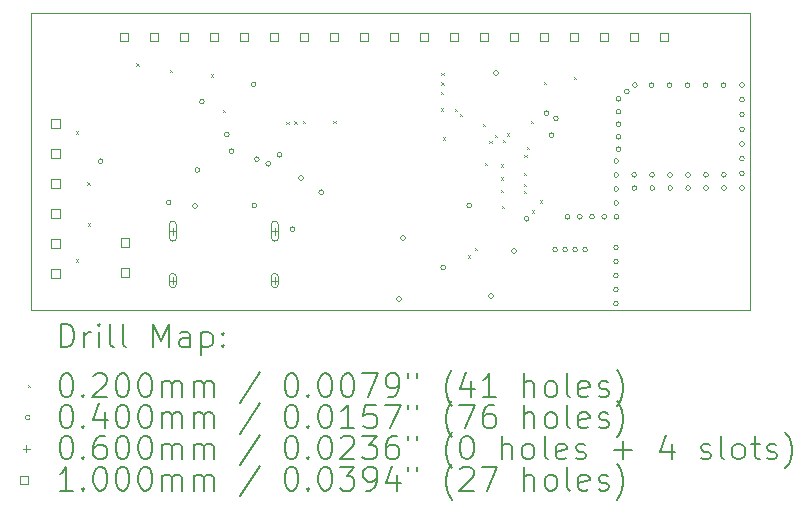
<source format=gbr>
%TF.GenerationSoftware,KiCad,Pcbnew,7.0.9-7.0.9~ubuntu22.04.1*%
%TF.CreationDate,2024-01-29T10:47:18+01:00*%
%TF.ProjectId,v7-soc-8bit,76372d73-6f63-42d3-9862-69742e6b6963,rev?*%
%TF.SameCoordinates,Original*%
%TF.FileFunction,Drillmap*%
%TF.FilePolarity,Positive*%
%FSLAX45Y45*%
G04 Gerber Fmt 4.5, Leading zero omitted, Abs format (unit mm)*
G04 Created by KiCad (PCBNEW 7.0.9-7.0.9~ubuntu22.04.1) date 2024-01-29 10:47:18*
%MOMM*%
%LPD*%
G01*
G04 APERTURE LIST*
%ADD10C,0.100000*%
%ADD11C,0.200000*%
G04 APERTURE END LIST*
D10*
X9290000Y-5765000D02*
X3200000Y-5765000D01*
X3200000Y-3250000D02*
X9290000Y-3250000D01*
X9290000Y-3250000D02*
X9290000Y-5765000D01*
X3200000Y-5765000D02*
X3200000Y-3250000D01*
D11*
D10*
X3584000Y-4251000D02*
X3604000Y-4271000D01*
X3604000Y-4251000D02*
X3584000Y-4271000D01*
X3584000Y-5334000D02*
X3604000Y-5354000D01*
X3604000Y-5334000D02*
X3584000Y-5354000D01*
X3680000Y-4682000D02*
X3700000Y-4702000D01*
X3700000Y-4682000D02*
X3680000Y-4702000D01*
X3683000Y-5029000D02*
X3703000Y-5049000D01*
X3703000Y-5029000D02*
X3683000Y-5049000D01*
X4094000Y-3676000D02*
X4114000Y-3696000D01*
X4114000Y-3676000D02*
X4094000Y-3696000D01*
X4380000Y-3731000D02*
X4400000Y-3751000D01*
X4400000Y-3731000D02*
X4380000Y-3751000D01*
X4728109Y-3768000D02*
X4748109Y-3788000D01*
X4748109Y-3768000D02*
X4728109Y-3788000D01*
X4826000Y-4070000D02*
X4846000Y-4090000D01*
X4846000Y-4070000D02*
X4826000Y-4090000D01*
X5363797Y-4169394D02*
X5383797Y-4189394D01*
X5383797Y-4169394D02*
X5363797Y-4189394D01*
X5434000Y-4168000D02*
X5454000Y-4188000D01*
X5454000Y-4168000D02*
X5434000Y-4188000D01*
X5506000Y-4163000D02*
X5526000Y-4183000D01*
X5526000Y-4163000D02*
X5506000Y-4183000D01*
X5763000Y-4164000D02*
X5783000Y-4184000D01*
X5783000Y-4164000D02*
X5763000Y-4184000D01*
X6671000Y-3919000D02*
X6691000Y-3939000D01*
X6691000Y-3919000D02*
X6671000Y-3939000D01*
X6671000Y-4057643D02*
X6691000Y-4077643D01*
X6691000Y-4057643D02*
X6671000Y-4077643D01*
X6676000Y-3757000D02*
X6696000Y-3777000D01*
X6696000Y-3757000D02*
X6676000Y-3777000D01*
X6677000Y-3838000D02*
X6697000Y-3858000D01*
X6697000Y-3838000D02*
X6677000Y-3858000D01*
X6691000Y-4303000D02*
X6711000Y-4323000D01*
X6711000Y-4303000D02*
X6691000Y-4323000D01*
X6790357Y-4058575D02*
X6810357Y-4078575D01*
X6810357Y-4058575D02*
X6790357Y-4078575D01*
X6833592Y-4101810D02*
X6853592Y-4121810D01*
X6853592Y-4101810D02*
X6833592Y-4121810D01*
X6904000Y-5300000D02*
X6924000Y-5320000D01*
X6924000Y-5300000D02*
X6904000Y-5320000D01*
X6960000Y-5240540D02*
X6980000Y-5260540D01*
X6980000Y-5240540D02*
X6960000Y-5260540D01*
X7030825Y-4187175D02*
X7050825Y-4207175D01*
X7050825Y-4187175D02*
X7030825Y-4207175D01*
X7043666Y-4518999D02*
X7063666Y-4538999D01*
X7063666Y-4518999D02*
X7043666Y-4538999D01*
X7083909Y-4331391D02*
X7103909Y-4351391D01*
X7103909Y-4331391D02*
X7083909Y-4351391D01*
X7130609Y-4280391D02*
X7150609Y-4300391D01*
X7150609Y-4280391D02*
X7130609Y-4300391D01*
X7180559Y-4530161D02*
X7200559Y-4550161D01*
X7200559Y-4530161D02*
X7180559Y-4550161D01*
X7181796Y-4640161D02*
X7201796Y-4660161D01*
X7201796Y-4640161D02*
X7181796Y-4660161D01*
X7182000Y-4748000D02*
X7202000Y-4768000D01*
X7202000Y-4748000D02*
X7182000Y-4768000D01*
X7189000Y-4883000D02*
X7209000Y-4903000D01*
X7209000Y-4883000D02*
X7189000Y-4903000D01*
X7196000Y-4321000D02*
X7216000Y-4341000D01*
X7216000Y-4321000D02*
X7196000Y-4341000D01*
X7231699Y-4269912D02*
X7251699Y-4289912D01*
X7251699Y-4269912D02*
X7231699Y-4289912D01*
X7373463Y-4756186D02*
X7393463Y-4776186D01*
X7393463Y-4756186D02*
X7373463Y-4776186D01*
X7375000Y-4603000D02*
X7395000Y-4623000D01*
X7395000Y-4603000D02*
X7375000Y-4623000D01*
X7375000Y-4695000D02*
X7395000Y-4715000D01*
X7395000Y-4695000D02*
X7375000Y-4715000D01*
X7381000Y-4448000D02*
X7401000Y-4468000D01*
X7401000Y-4448000D02*
X7381000Y-4468000D01*
X7399000Y-4382000D02*
X7419000Y-4402000D01*
X7419000Y-4382000D02*
X7399000Y-4402000D01*
X7435000Y-4163000D02*
X7455000Y-4183000D01*
X7455000Y-4163000D02*
X7435000Y-4183000D01*
X7444000Y-4921000D02*
X7464000Y-4941000D01*
X7464000Y-4921000D02*
X7444000Y-4941000D01*
X7510000Y-4835000D02*
X7530000Y-4855000D01*
X7530000Y-4835000D02*
X7510000Y-4855000D01*
X7544000Y-3830000D02*
X7564000Y-3850000D01*
X7564000Y-3830000D02*
X7544000Y-3850000D01*
X7800000Y-3792000D02*
X7820000Y-3812000D01*
X7820000Y-3792000D02*
X7800000Y-3812000D01*
X3814000Y-4504000D02*
G75*
G03*
X3814000Y-4504000I-20000J0D01*
G01*
X4388000Y-4855000D02*
G75*
G03*
X4388000Y-4855000I-20000J0D01*
G01*
X4612000Y-4884000D02*
G75*
G03*
X4612000Y-4884000I-20000J0D01*
G01*
X4632000Y-4579000D02*
G75*
G03*
X4632000Y-4579000I-20000J0D01*
G01*
X4670000Y-4001000D02*
G75*
G03*
X4670000Y-4001000I-20000J0D01*
G01*
X4880924Y-4277081D02*
G75*
G03*
X4880924Y-4277081I-20000J0D01*
G01*
X4920000Y-4419000D02*
G75*
G03*
X4920000Y-4419000I-20000J0D01*
G01*
X5108462Y-3853538D02*
G75*
G03*
X5108462Y-3853538I-20000J0D01*
G01*
X5114379Y-4880199D02*
G75*
G03*
X5114379Y-4880199I-20000J0D01*
G01*
X5135407Y-4487550D02*
G75*
G03*
X5135407Y-4487550I-20000J0D01*
G01*
X5232000Y-4526000D02*
G75*
G03*
X5232000Y-4526000I-20000J0D01*
G01*
X5327000Y-4450000D02*
G75*
G03*
X5327000Y-4450000I-20000J0D01*
G01*
X5437000Y-5079000D02*
G75*
G03*
X5437000Y-5079000I-20000J0D01*
G01*
X5510000Y-4647000D02*
G75*
G03*
X5510000Y-4647000I-20000J0D01*
G01*
X5680728Y-4767272D02*
G75*
G03*
X5680728Y-4767272I-20000J0D01*
G01*
X6339000Y-5670000D02*
G75*
G03*
X6339000Y-5670000I-20000J0D01*
G01*
X6372533Y-5155467D02*
G75*
G03*
X6372533Y-5155467I-20000J0D01*
G01*
X6713000Y-5406500D02*
G75*
G03*
X6713000Y-5406500I-20000J0D01*
G01*
X6932440Y-4879000D02*
G75*
G03*
X6932440Y-4879000I-20000J0D01*
G01*
X7118000Y-5646000D02*
G75*
G03*
X7118000Y-5646000I-20000J0D01*
G01*
X7160000Y-3757000D02*
G75*
G03*
X7160000Y-3757000I-20000J0D01*
G01*
X7312000Y-5266000D02*
G75*
G03*
X7312000Y-5266000I-20000J0D01*
G01*
X7420000Y-4992500D02*
G75*
G03*
X7420000Y-4992500I-20000J0D01*
G01*
X7588000Y-4099000D02*
G75*
G03*
X7588000Y-4099000I-20000J0D01*
G01*
X7630000Y-4285000D02*
G75*
G03*
X7630000Y-4285000I-20000J0D01*
G01*
X7660000Y-5253000D02*
G75*
G03*
X7660000Y-5253000I-20000J0D01*
G01*
X7668033Y-4142033D02*
G75*
G03*
X7668033Y-4142033I-20000J0D01*
G01*
X7744667Y-5253000D02*
G75*
G03*
X7744667Y-5253000I-20000J0D01*
G01*
X7766000Y-4975000D02*
G75*
G03*
X7766000Y-4975000I-20000J0D01*
G01*
X7829333Y-5253000D02*
G75*
G03*
X7829333Y-5253000I-20000J0D01*
G01*
X7869500Y-4975000D02*
G75*
G03*
X7869500Y-4975000I-20000J0D01*
G01*
X7914000Y-5253000D02*
G75*
G03*
X7914000Y-5253000I-20000J0D01*
G01*
X7973000Y-4975000D02*
G75*
G03*
X7973000Y-4975000I-20000J0D01*
G01*
X8076500Y-4975000D02*
G75*
G03*
X8076500Y-4975000I-20000J0D01*
G01*
X8176000Y-5235454D02*
G75*
G03*
X8176000Y-5235454I-20000J0D01*
G01*
X8176000Y-5354090D02*
G75*
G03*
X8176000Y-5354090I-20000J0D01*
G01*
X8176000Y-5472727D02*
G75*
G03*
X8176000Y-5472727I-20000J0D01*
G01*
X8176000Y-5591363D02*
G75*
G03*
X8176000Y-5591363I-20000J0D01*
G01*
X8176000Y-5710000D02*
G75*
G03*
X8176000Y-5710000I-20000J0D01*
G01*
X8178000Y-4502636D02*
G75*
G03*
X8178000Y-4502636I-20000J0D01*
G01*
X8178000Y-4621273D02*
G75*
G03*
X8178000Y-4621273I-20000J0D01*
G01*
X8178000Y-4739909D02*
G75*
G03*
X8178000Y-4739909I-20000J0D01*
G01*
X8178000Y-4858545D02*
G75*
G03*
X8178000Y-4858545I-20000J0D01*
G01*
X8180000Y-4975000D02*
G75*
G03*
X8180000Y-4975000I-20000J0D01*
G01*
X8197500Y-3977500D02*
G75*
G03*
X8197500Y-3977500I-20000J0D01*
G01*
X8197500Y-4084125D02*
G75*
G03*
X8197500Y-4084125I-20000J0D01*
G01*
X8197500Y-4190750D02*
G75*
G03*
X8197500Y-4190750I-20000J0D01*
G01*
X8197500Y-4297375D02*
G75*
G03*
X8197500Y-4297375I-20000J0D01*
G01*
X8197500Y-4404000D02*
G75*
G03*
X8197500Y-4404000I-20000J0D01*
G01*
X8268000Y-3913000D02*
G75*
G03*
X8268000Y-3913000I-20000J0D01*
G01*
X8329928Y-4620000D02*
G75*
G03*
X8329928Y-4620000I-20000J0D01*
G01*
X8331428Y-4732000D02*
G75*
G03*
X8331428Y-4732000I-20000J0D01*
G01*
X8336000Y-3860000D02*
G75*
G03*
X8336000Y-3860000I-20000J0D01*
G01*
X8477286Y-3860000D02*
G75*
G03*
X8477286Y-3860000I-20000J0D01*
G01*
X8481857Y-4620000D02*
G75*
G03*
X8481857Y-4620000I-20000J0D01*
G01*
X8483357Y-4732000D02*
G75*
G03*
X8483357Y-4732000I-20000J0D01*
G01*
X8629215Y-3860000D02*
G75*
G03*
X8629215Y-3860000I-20000J0D01*
G01*
X8633786Y-4620000D02*
G75*
G03*
X8633786Y-4620000I-20000J0D01*
G01*
X8635286Y-4732000D02*
G75*
G03*
X8635286Y-4732000I-20000J0D01*
G01*
X8781143Y-3860000D02*
G75*
G03*
X8781143Y-3860000I-20000J0D01*
G01*
X8785714Y-4620000D02*
G75*
G03*
X8785714Y-4620000I-20000J0D01*
G01*
X8787214Y-4732000D02*
G75*
G03*
X8787214Y-4732000I-20000J0D01*
G01*
X8933072Y-3860000D02*
G75*
G03*
X8933072Y-3860000I-20000J0D01*
G01*
X8937643Y-4620000D02*
G75*
G03*
X8937643Y-4620000I-20000J0D01*
G01*
X8939143Y-4732000D02*
G75*
G03*
X8939143Y-4732000I-20000J0D01*
G01*
X9085000Y-3860000D02*
G75*
G03*
X9085000Y-3860000I-20000J0D01*
G01*
X9089571Y-4620000D02*
G75*
G03*
X9089571Y-4620000I-20000J0D01*
G01*
X9091071Y-4732000D02*
G75*
G03*
X9091071Y-4732000I-20000J0D01*
G01*
X9243000Y-3860000D02*
G75*
G03*
X9243000Y-3860000I-20000J0D01*
G01*
X9243000Y-3984571D02*
G75*
G03*
X9243000Y-3984571I-20000J0D01*
G01*
X9243000Y-4109143D02*
G75*
G03*
X9243000Y-4109143I-20000J0D01*
G01*
X9243000Y-4233714D02*
G75*
G03*
X9243000Y-4233714I-20000J0D01*
G01*
X9243000Y-4358286D02*
G75*
G03*
X9243000Y-4358286I-20000J0D01*
G01*
X9243000Y-4482857D02*
G75*
G03*
X9243000Y-4482857I-20000J0D01*
G01*
X9243000Y-4607428D02*
G75*
G03*
X9243000Y-4607428I-20000J0D01*
G01*
X9243000Y-4732000D02*
G75*
G03*
X9243000Y-4732000I-20000J0D01*
G01*
X4404000Y-5067000D02*
X4404000Y-5127000D01*
X4374000Y-5097000D02*
X4434000Y-5097000D01*
X4374000Y-5042000D02*
X4374000Y-5152000D01*
X4374000Y-5152000D02*
G75*
G03*
X4434000Y-5152000I30000J0D01*
G01*
X4434000Y-5152000D02*
X4434000Y-5042000D01*
X4434000Y-5042000D02*
G75*
G03*
X4374000Y-5042000I-30000J0D01*
G01*
X4404000Y-5485000D02*
X4404000Y-5545000D01*
X4374000Y-5515000D02*
X4434000Y-5515000D01*
X4374000Y-5485000D02*
X4374000Y-5545000D01*
X4374000Y-5545000D02*
G75*
G03*
X4434000Y-5545000I30000J0D01*
G01*
X4434000Y-5545000D02*
X4434000Y-5485000D01*
X4434000Y-5485000D02*
G75*
G03*
X4374000Y-5485000I-30000J0D01*
G01*
X5268000Y-5067000D02*
X5268000Y-5127000D01*
X5238000Y-5097000D02*
X5298000Y-5097000D01*
X5238000Y-5042000D02*
X5238000Y-5152000D01*
X5238000Y-5152000D02*
G75*
G03*
X5298000Y-5152000I30000J0D01*
G01*
X5298000Y-5152000D02*
X5298000Y-5042000D01*
X5298000Y-5042000D02*
G75*
G03*
X5238000Y-5042000I-30000J0D01*
G01*
X5268000Y-5485000D02*
X5268000Y-5545000D01*
X5238000Y-5515000D02*
X5298000Y-5515000D01*
X5238000Y-5485000D02*
X5238000Y-5545000D01*
X5238000Y-5545000D02*
G75*
G03*
X5298000Y-5545000I30000J0D01*
G01*
X5298000Y-5545000D02*
X5298000Y-5485000D01*
X5298000Y-5485000D02*
G75*
G03*
X5238000Y-5485000I-30000J0D01*
G01*
X3446356Y-4219356D02*
X3446356Y-4148644D01*
X3375644Y-4148644D01*
X3375644Y-4219356D01*
X3446356Y-4219356D01*
X3446356Y-4473356D02*
X3446356Y-4402644D01*
X3375644Y-4402644D01*
X3375644Y-4473356D01*
X3446356Y-4473356D01*
X3446356Y-4727356D02*
X3446356Y-4656644D01*
X3375644Y-4656644D01*
X3375644Y-4727356D01*
X3446356Y-4727356D01*
X3446356Y-4981356D02*
X3446356Y-4910644D01*
X3375644Y-4910644D01*
X3375644Y-4981356D01*
X3446356Y-4981356D01*
X3446356Y-5235356D02*
X3446356Y-5164644D01*
X3375644Y-5164644D01*
X3375644Y-5235356D01*
X3446356Y-5235356D01*
X3446356Y-5489356D02*
X3446356Y-5418644D01*
X3375644Y-5418644D01*
X3375644Y-5489356D01*
X3446356Y-5489356D01*
X4028356Y-3490356D02*
X4028356Y-3419644D01*
X3957644Y-3419644D01*
X3957644Y-3490356D01*
X4028356Y-3490356D01*
X4035356Y-5228356D02*
X4035356Y-5157644D01*
X3964644Y-5157644D01*
X3964644Y-5228356D01*
X4035356Y-5228356D01*
X4035356Y-5482356D02*
X4035356Y-5411644D01*
X3964644Y-5411644D01*
X3964644Y-5482356D01*
X4035356Y-5482356D01*
X4282356Y-3490356D02*
X4282356Y-3419644D01*
X4211644Y-3419644D01*
X4211644Y-3490356D01*
X4282356Y-3490356D01*
X4536356Y-3490356D02*
X4536356Y-3419644D01*
X4465644Y-3419644D01*
X4465644Y-3490356D01*
X4536356Y-3490356D01*
X4790356Y-3490356D02*
X4790356Y-3419644D01*
X4719644Y-3419644D01*
X4719644Y-3490356D01*
X4790356Y-3490356D01*
X5044356Y-3490356D02*
X5044356Y-3419644D01*
X4973644Y-3419644D01*
X4973644Y-3490356D01*
X5044356Y-3490356D01*
X5298356Y-3490356D02*
X5298356Y-3419644D01*
X5227644Y-3419644D01*
X5227644Y-3490356D01*
X5298356Y-3490356D01*
X5552356Y-3490356D02*
X5552356Y-3419644D01*
X5481644Y-3419644D01*
X5481644Y-3490356D01*
X5552356Y-3490356D01*
X5806356Y-3490356D02*
X5806356Y-3419644D01*
X5735644Y-3419644D01*
X5735644Y-3490356D01*
X5806356Y-3490356D01*
X6060356Y-3490356D02*
X6060356Y-3419644D01*
X5989644Y-3419644D01*
X5989644Y-3490356D01*
X6060356Y-3490356D01*
X6314356Y-3490356D02*
X6314356Y-3419644D01*
X6243644Y-3419644D01*
X6243644Y-3490356D01*
X6314356Y-3490356D01*
X6568356Y-3490356D02*
X6568356Y-3419644D01*
X6497644Y-3419644D01*
X6497644Y-3490356D01*
X6568356Y-3490356D01*
X6822356Y-3490356D02*
X6822356Y-3419644D01*
X6751644Y-3419644D01*
X6751644Y-3490356D01*
X6822356Y-3490356D01*
X7076356Y-3490356D02*
X7076356Y-3419644D01*
X7005644Y-3419644D01*
X7005644Y-3490356D01*
X7076356Y-3490356D01*
X7330356Y-3490356D02*
X7330356Y-3419644D01*
X7259644Y-3419644D01*
X7259644Y-3490356D01*
X7330356Y-3490356D01*
X7584356Y-3490356D02*
X7584356Y-3419644D01*
X7513644Y-3419644D01*
X7513644Y-3490356D01*
X7584356Y-3490356D01*
X7838356Y-3490356D02*
X7838356Y-3419644D01*
X7767644Y-3419644D01*
X7767644Y-3490356D01*
X7838356Y-3490356D01*
X8092356Y-3490356D02*
X8092356Y-3419644D01*
X8021644Y-3419644D01*
X8021644Y-3490356D01*
X8092356Y-3490356D01*
X8346356Y-3490356D02*
X8346356Y-3419644D01*
X8275644Y-3419644D01*
X8275644Y-3490356D01*
X8346356Y-3490356D01*
X8600356Y-3490356D02*
X8600356Y-3419644D01*
X8529644Y-3419644D01*
X8529644Y-3490356D01*
X8600356Y-3490356D01*
D11*
X3455777Y-6081484D02*
X3455777Y-5881484D01*
X3455777Y-5881484D02*
X3503396Y-5881484D01*
X3503396Y-5881484D02*
X3531967Y-5891008D01*
X3531967Y-5891008D02*
X3551015Y-5910055D01*
X3551015Y-5910055D02*
X3560539Y-5929103D01*
X3560539Y-5929103D02*
X3570062Y-5967198D01*
X3570062Y-5967198D02*
X3570062Y-5995769D01*
X3570062Y-5995769D02*
X3560539Y-6033865D01*
X3560539Y-6033865D02*
X3551015Y-6052912D01*
X3551015Y-6052912D02*
X3531967Y-6071960D01*
X3531967Y-6071960D02*
X3503396Y-6081484D01*
X3503396Y-6081484D02*
X3455777Y-6081484D01*
X3655777Y-6081484D02*
X3655777Y-5948150D01*
X3655777Y-5986246D02*
X3665301Y-5967198D01*
X3665301Y-5967198D02*
X3674824Y-5957674D01*
X3674824Y-5957674D02*
X3693872Y-5948150D01*
X3693872Y-5948150D02*
X3712920Y-5948150D01*
X3779586Y-6081484D02*
X3779586Y-5948150D01*
X3779586Y-5881484D02*
X3770062Y-5891008D01*
X3770062Y-5891008D02*
X3779586Y-5900531D01*
X3779586Y-5900531D02*
X3789110Y-5891008D01*
X3789110Y-5891008D02*
X3779586Y-5881484D01*
X3779586Y-5881484D02*
X3779586Y-5900531D01*
X3903396Y-6081484D02*
X3884348Y-6071960D01*
X3884348Y-6071960D02*
X3874824Y-6052912D01*
X3874824Y-6052912D02*
X3874824Y-5881484D01*
X4008158Y-6081484D02*
X3989110Y-6071960D01*
X3989110Y-6071960D02*
X3979586Y-6052912D01*
X3979586Y-6052912D02*
X3979586Y-5881484D01*
X4236729Y-6081484D02*
X4236729Y-5881484D01*
X4236729Y-5881484D02*
X4303396Y-6024341D01*
X4303396Y-6024341D02*
X4370063Y-5881484D01*
X4370063Y-5881484D02*
X4370063Y-6081484D01*
X4551015Y-6081484D02*
X4551015Y-5976722D01*
X4551015Y-5976722D02*
X4541491Y-5957674D01*
X4541491Y-5957674D02*
X4522444Y-5948150D01*
X4522444Y-5948150D02*
X4484348Y-5948150D01*
X4484348Y-5948150D02*
X4465301Y-5957674D01*
X4551015Y-6071960D02*
X4531967Y-6081484D01*
X4531967Y-6081484D02*
X4484348Y-6081484D01*
X4484348Y-6081484D02*
X4465301Y-6071960D01*
X4465301Y-6071960D02*
X4455777Y-6052912D01*
X4455777Y-6052912D02*
X4455777Y-6033865D01*
X4455777Y-6033865D02*
X4465301Y-6014817D01*
X4465301Y-6014817D02*
X4484348Y-6005293D01*
X4484348Y-6005293D02*
X4531967Y-6005293D01*
X4531967Y-6005293D02*
X4551015Y-5995769D01*
X4646253Y-5948150D02*
X4646253Y-6148150D01*
X4646253Y-5957674D02*
X4665301Y-5948150D01*
X4665301Y-5948150D02*
X4703396Y-5948150D01*
X4703396Y-5948150D02*
X4722444Y-5957674D01*
X4722444Y-5957674D02*
X4731967Y-5967198D01*
X4731967Y-5967198D02*
X4741491Y-5986246D01*
X4741491Y-5986246D02*
X4741491Y-6043388D01*
X4741491Y-6043388D02*
X4731967Y-6062436D01*
X4731967Y-6062436D02*
X4722444Y-6071960D01*
X4722444Y-6071960D02*
X4703396Y-6081484D01*
X4703396Y-6081484D02*
X4665301Y-6081484D01*
X4665301Y-6081484D02*
X4646253Y-6071960D01*
X4827205Y-6062436D02*
X4836729Y-6071960D01*
X4836729Y-6071960D02*
X4827205Y-6081484D01*
X4827205Y-6081484D02*
X4817682Y-6071960D01*
X4817682Y-6071960D02*
X4827205Y-6062436D01*
X4827205Y-6062436D02*
X4827205Y-6081484D01*
X4827205Y-5957674D02*
X4836729Y-5967198D01*
X4836729Y-5967198D02*
X4827205Y-5976722D01*
X4827205Y-5976722D02*
X4817682Y-5967198D01*
X4817682Y-5967198D02*
X4827205Y-5957674D01*
X4827205Y-5957674D02*
X4827205Y-5976722D01*
D10*
X3175000Y-6400000D02*
X3195000Y-6420000D01*
X3195000Y-6400000D02*
X3175000Y-6420000D01*
D11*
X3493872Y-6301484D02*
X3512920Y-6301484D01*
X3512920Y-6301484D02*
X3531967Y-6311008D01*
X3531967Y-6311008D02*
X3541491Y-6320531D01*
X3541491Y-6320531D02*
X3551015Y-6339579D01*
X3551015Y-6339579D02*
X3560539Y-6377674D01*
X3560539Y-6377674D02*
X3560539Y-6425293D01*
X3560539Y-6425293D02*
X3551015Y-6463388D01*
X3551015Y-6463388D02*
X3541491Y-6482436D01*
X3541491Y-6482436D02*
X3531967Y-6491960D01*
X3531967Y-6491960D02*
X3512920Y-6501484D01*
X3512920Y-6501484D02*
X3493872Y-6501484D01*
X3493872Y-6501484D02*
X3474824Y-6491960D01*
X3474824Y-6491960D02*
X3465301Y-6482436D01*
X3465301Y-6482436D02*
X3455777Y-6463388D01*
X3455777Y-6463388D02*
X3446253Y-6425293D01*
X3446253Y-6425293D02*
X3446253Y-6377674D01*
X3446253Y-6377674D02*
X3455777Y-6339579D01*
X3455777Y-6339579D02*
X3465301Y-6320531D01*
X3465301Y-6320531D02*
X3474824Y-6311008D01*
X3474824Y-6311008D02*
X3493872Y-6301484D01*
X3646253Y-6482436D02*
X3655777Y-6491960D01*
X3655777Y-6491960D02*
X3646253Y-6501484D01*
X3646253Y-6501484D02*
X3636729Y-6491960D01*
X3636729Y-6491960D02*
X3646253Y-6482436D01*
X3646253Y-6482436D02*
X3646253Y-6501484D01*
X3731967Y-6320531D02*
X3741491Y-6311008D01*
X3741491Y-6311008D02*
X3760539Y-6301484D01*
X3760539Y-6301484D02*
X3808158Y-6301484D01*
X3808158Y-6301484D02*
X3827205Y-6311008D01*
X3827205Y-6311008D02*
X3836729Y-6320531D01*
X3836729Y-6320531D02*
X3846253Y-6339579D01*
X3846253Y-6339579D02*
X3846253Y-6358627D01*
X3846253Y-6358627D02*
X3836729Y-6387198D01*
X3836729Y-6387198D02*
X3722443Y-6501484D01*
X3722443Y-6501484D02*
X3846253Y-6501484D01*
X3970062Y-6301484D02*
X3989110Y-6301484D01*
X3989110Y-6301484D02*
X4008158Y-6311008D01*
X4008158Y-6311008D02*
X4017682Y-6320531D01*
X4017682Y-6320531D02*
X4027205Y-6339579D01*
X4027205Y-6339579D02*
X4036729Y-6377674D01*
X4036729Y-6377674D02*
X4036729Y-6425293D01*
X4036729Y-6425293D02*
X4027205Y-6463388D01*
X4027205Y-6463388D02*
X4017682Y-6482436D01*
X4017682Y-6482436D02*
X4008158Y-6491960D01*
X4008158Y-6491960D02*
X3989110Y-6501484D01*
X3989110Y-6501484D02*
X3970062Y-6501484D01*
X3970062Y-6501484D02*
X3951015Y-6491960D01*
X3951015Y-6491960D02*
X3941491Y-6482436D01*
X3941491Y-6482436D02*
X3931967Y-6463388D01*
X3931967Y-6463388D02*
X3922443Y-6425293D01*
X3922443Y-6425293D02*
X3922443Y-6377674D01*
X3922443Y-6377674D02*
X3931967Y-6339579D01*
X3931967Y-6339579D02*
X3941491Y-6320531D01*
X3941491Y-6320531D02*
X3951015Y-6311008D01*
X3951015Y-6311008D02*
X3970062Y-6301484D01*
X4160539Y-6301484D02*
X4179586Y-6301484D01*
X4179586Y-6301484D02*
X4198634Y-6311008D01*
X4198634Y-6311008D02*
X4208158Y-6320531D01*
X4208158Y-6320531D02*
X4217682Y-6339579D01*
X4217682Y-6339579D02*
X4227205Y-6377674D01*
X4227205Y-6377674D02*
X4227205Y-6425293D01*
X4227205Y-6425293D02*
X4217682Y-6463388D01*
X4217682Y-6463388D02*
X4208158Y-6482436D01*
X4208158Y-6482436D02*
X4198634Y-6491960D01*
X4198634Y-6491960D02*
X4179586Y-6501484D01*
X4179586Y-6501484D02*
X4160539Y-6501484D01*
X4160539Y-6501484D02*
X4141491Y-6491960D01*
X4141491Y-6491960D02*
X4131967Y-6482436D01*
X4131967Y-6482436D02*
X4122443Y-6463388D01*
X4122443Y-6463388D02*
X4112920Y-6425293D01*
X4112920Y-6425293D02*
X4112920Y-6377674D01*
X4112920Y-6377674D02*
X4122443Y-6339579D01*
X4122443Y-6339579D02*
X4131967Y-6320531D01*
X4131967Y-6320531D02*
X4141491Y-6311008D01*
X4141491Y-6311008D02*
X4160539Y-6301484D01*
X4312920Y-6501484D02*
X4312920Y-6368150D01*
X4312920Y-6387198D02*
X4322444Y-6377674D01*
X4322444Y-6377674D02*
X4341491Y-6368150D01*
X4341491Y-6368150D02*
X4370063Y-6368150D01*
X4370063Y-6368150D02*
X4389110Y-6377674D01*
X4389110Y-6377674D02*
X4398634Y-6396722D01*
X4398634Y-6396722D02*
X4398634Y-6501484D01*
X4398634Y-6396722D02*
X4408158Y-6377674D01*
X4408158Y-6377674D02*
X4427205Y-6368150D01*
X4427205Y-6368150D02*
X4455777Y-6368150D01*
X4455777Y-6368150D02*
X4474825Y-6377674D01*
X4474825Y-6377674D02*
X4484348Y-6396722D01*
X4484348Y-6396722D02*
X4484348Y-6501484D01*
X4579586Y-6501484D02*
X4579586Y-6368150D01*
X4579586Y-6387198D02*
X4589110Y-6377674D01*
X4589110Y-6377674D02*
X4608158Y-6368150D01*
X4608158Y-6368150D02*
X4636729Y-6368150D01*
X4636729Y-6368150D02*
X4655777Y-6377674D01*
X4655777Y-6377674D02*
X4665301Y-6396722D01*
X4665301Y-6396722D02*
X4665301Y-6501484D01*
X4665301Y-6396722D02*
X4674825Y-6377674D01*
X4674825Y-6377674D02*
X4693872Y-6368150D01*
X4693872Y-6368150D02*
X4722444Y-6368150D01*
X4722444Y-6368150D02*
X4741491Y-6377674D01*
X4741491Y-6377674D02*
X4751015Y-6396722D01*
X4751015Y-6396722D02*
X4751015Y-6501484D01*
X5141491Y-6291960D02*
X4970063Y-6549103D01*
X5398634Y-6301484D02*
X5417682Y-6301484D01*
X5417682Y-6301484D02*
X5436729Y-6311008D01*
X5436729Y-6311008D02*
X5446253Y-6320531D01*
X5446253Y-6320531D02*
X5455777Y-6339579D01*
X5455777Y-6339579D02*
X5465301Y-6377674D01*
X5465301Y-6377674D02*
X5465301Y-6425293D01*
X5465301Y-6425293D02*
X5455777Y-6463388D01*
X5455777Y-6463388D02*
X5446253Y-6482436D01*
X5446253Y-6482436D02*
X5436729Y-6491960D01*
X5436729Y-6491960D02*
X5417682Y-6501484D01*
X5417682Y-6501484D02*
X5398634Y-6501484D01*
X5398634Y-6501484D02*
X5379587Y-6491960D01*
X5379587Y-6491960D02*
X5370063Y-6482436D01*
X5370063Y-6482436D02*
X5360539Y-6463388D01*
X5360539Y-6463388D02*
X5351015Y-6425293D01*
X5351015Y-6425293D02*
X5351015Y-6377674D01*
X5351015Y-6377674D02*
X5360539Y-6339579D01*
X5360539Y-6339579D02*
X5370063Y-6320531D01*
X5370063Y-6320531D02*
X5379587Y-6311008D01*
X5379587Y-6311008D02*
X5398634Y-6301484D01*
X5551015Y-6482436D02*
X5560539Y-6491960D01*
X5560539Y-6491960D02*
X5551015Y-6501484D01*
X5551015Y-6501484D02*
X5541491Y-6491960D01*
X5541491Y-6491960D02*
X5551015Y-6482436D01*
X5551015Y-6482436D02*
X5551015Y-6501484D01*
X5684348Y-6301484D02*
X5703396Y-6301484D01*
X5703396Y-6301484D02*
X5722444Y-6311008D01*
X5722444Y-6311008D02*
X5731967Y-6320531D01*
X5731967Y-6320531D02*
X5741491Y-6339579D01*
X5741491Y-6339579D02*
X5751015Y-6377674D01*
X5751015Y-6377674D02*
X5751015Y-6425293D01*
X5751015Y-6425293D02*
X5741491Y-6463388D01*
X5741491Y-6463388D02*
X5731967Y-6482436D01*
X5731967Y-6482436D02*
X5722444Y-6491960D01*
X5722444Y-6491960D02*
X5703396Y-6501484D01*
X5703396Y-6501484D02*
X5684348Y-6501484D01*
X5684348Y-6501484D02*
X5665301Y-6491960D01*
X5665301Y-6491960D02*
X5655777Y-6482436D01*
X5655777Y-6482436D02*
X5646253Y-6463388D01*
X5646253Y-6463388D02*
X5636729Y-6425293D01*
X5636729Y-6425293D02*
X5636729Y-6377674D01*
X5636729Y-6377674D02*
X5646253Y-6339579D01*
X5646253Y-6339579D02*
X5655777Y-6320531D01*
X5655777Y-6320531D02*
X5665301Y-6311008D01*
X5665301Y-6311008D02*
X5684348Y-6301484D01*
X5874825Y-6301484D02*
X5893872Y-6301484D01*
X5893872Y-6301484D02*
X5912920Y-6311008D01*
X5912920Y-6311008D02*
X5922444Y-6320531D01*
X5922444Y-6320531D02*
X5931967Y-6339579D01*
X5931967Y-6339579D02*
X5941491Y-6377674D01*
X5941491Y-6377674D02*
X5941491Y-6425293D01*
X5941491Y-6425293D02*
X5931967Y-6463388D01*
X5931967Y-6463388D02*
X5922444Y-6482436D01*
X5922444Y-6482436D02*
X5912920Y-6491960D01*
X5912920Y-6491960D02*
X5893872Y-6501484D01*
X5893872Y-6501484D02*
X5874825Y-6501484D01*
X5874825Y-6501484D02*
X5855777Y-6491960D01*
X5855777Y-6491960D02*
X5846253Y-6482436D01*
X5846253Y-6482436D02*
X5836729Y-6463388D01*
X5836729Y-6463388D02*
X5827206Y-6425293D01*
X5827206Y-6425293D02*
X5827206Y-6377674D01*
X5827206Y-6377674D02*
X5836729Y-6339579D01*
X5836729Y-6339579D02*
X5846253Y-6320531D01*
X5846253Y-6320531D02*
X5855777Y-6311008D01*
X5855777Y-6311008D02*
X5874825Y-6301484D01*
X6008158Y-6301484D02*
X6141491Y-6301484D01*
X6141491Y-6301484D02*
X6055777Y-6501484D01*
X6227206Y-6501484D02*
X6265301Y-6501484D01*
X6265301Y-6501484D02*
X6284348Y-6491960D01*
X6284348Y-6491960D02*
X6293872Y-6482436D01*
X6293872Y-6482436D02*
X6312920Y-6453865D01*
X6312920Y-6453865D02*
X6322444Y-6415769D01*
X6322444Y-6415769D02*
X6322444Y-6339579D01*
X6322444Y-6339579D02*
X6312920Y-6320531D01*
X6312920Y-6320531D02*
X6303396Y-6311008D01*
X6303396Y-6311008D02*
X6284348Y-6301484D01*
X6284348Y-6301484D02*
X6246253Y-6301484D01*
X6246253Y-6301484D02*
X6227206Y-6311008D01*
X6227206Y-6311008D02*
X6217682Y-6320531D01*
X6217682Y-6320531D02*
X6208158Y-6339579D01*
X6208158Y-6339579D02*
X6208158Y-6387198D01*
X6208158Y-6387198D02*
X6217682Y-6406246D01*
X6217682Y-6406246D02*
X6227206Y-6415769D01*
X6227206Y-6415769D02*
X6246253Y-6425293D01*
X6246253Y-6425293D02*
X6284348Y-6425293D01*
X6284348Y-6425293D02*
X6303396Y-6415769D01*
X6303396Y-6415769D02*
X6312920Y-6406246D01*
X6312920Y-6406246D02*
X6322444Y-6387198D01*
X6398634Y-6301484D02*
X6398634Y-6339579D01*
X6474825Y-6301484D02*
X6474825Y-6339579D01*
X6770063Y-6577674D02*
X6760539Y-6568150D01*
X6760539Y-6568150D02*
X6741491Y-6539579D01*
X6741491Y-6539579D02*
X6731968Y-6520531D01*
X6731968Y-6520531D02*
X6722444Y-6491960D01*
X6722444Y-6491960D02*
X6712920Y-6444341D01*
X6712920Y-6444341D02*
X6712920Y-6406246D01*
X6712920Y-6406246D02*
X6722444Y-6358627D01*
X6722444Y-6358627D02*
X6731968Y-6330055D01*
X6731968Y-6330055D02*
X6741491Y-6311008D01*
X6741491Y-6311008D02*
X6760539Y-6282436D01*
X6760539Y-6282436D02*
X6770063Y-6272912D01*
X6931968Y-6368150D02*
X6931968Y-6501484D01*
X6884348Y-6291960D02*
X6836729Y-6434817D01*
X6836729Y-6434817D02*
X6960539Y-6434817D01*
X7141491Y-6501484D02*
X7027206Y-6501484D01*
X7084348Y-6501484D02*
X7084348Y-6301484D01*
X7084348Y-6301484D02*
X7065301Y-6330055D01*
X7065301Y-6330055D02*
X7046253Y-6349103D01*
X7046253Y-6349103D02*
X7027206Y-6358627D01*
X7379587Y-6501484D02*
X7379587Y-6301484D01*
X7465301Y-6501484D02*
X7465301Y-6396722D01*
X7465301Y-6396722D02*
X7455777Y-6377674D01*
X7455777Y-6377674D02*
X7436730Y-6368150D01*
X7436730Y-6368150D02*
X7408158Y-6368150D01*
X7408158Y-6368150D02*
X7389110Y-6377674D01*
X7389110Y-6377674D02*
X7379587Y-6387198D01*
X7589110Y-6501484D02*
X7570063Y-6491960D01*
X7570063Y-6491960D02*
X7560539Y-6482436D01*
X7560539Y-6482436D02*
X7551015Y-6463388D01*
X7551015Y-6463388D02*
X7551015Y-6406246D01*
X7551015Y-6406246D02*
X7560539Y-6387198D01*
X7560539Y-6387198D02*
X7570063Y-6377674D01*
X7570063Y-6377674D02*
X7589110Y-6368150D01*
X7589110Y-6368150D02*
X7617682Y-6368150D01*
X7617682Y-6368150D02*
X7636730Y-6377674D01*
X7636730Y-6377674D02*
X7646253Y-6387198D01*
X7646253Y-6387198D02*
X7655777Y-6406246D01*
X7655777Y-6406246D02*
X7655777Y-6463388D01*
X7655777Y-6463388D02*
X7646253Y-6482436D01*
X7646253Y-6482436D02*
X7636730Y-6491960D01*
X7636730Y-6491960D02*
X7617682Y-6501484D01*
X7617682Y-6501484D02*
X7589110Y-6501484D01*
X7770063Y-6501484D02*
X7751015Y-6491960D01*
X7751015Y-6491960D02*
X7741491Y-6472912D01*
X7741491Y-6472912D02*
X7741491Y-6301484D01*
X7922444Y-6491960D02*
X7903396Y-6501484D01*
X7903396Y-6501484D02*
X7865301Y-6501484D01*
X7865301Y-6501484D02*
X7846253Y-6491960D01*
X7846253Y-6491960D02*
X7836730Y-6472912D01*
X7836730Y-6472912D02*
X7836730Y-6396722D01*
X7836730Y-6396722D02*
X7846253Y-6377674D01*
X7846253Y-6377674D02*
X7865301Y-6368150D01*
X7865301Y-6368150D02*
X7903396Y-6368150D01*
X7903396Y-6368150D02*
X7922444Y-6377674D01*
X7922444Y-6377674D02*
X7931968Y-6396722D01*
X7931968Y-6396722D02*
X7931968Y-6415769D01*
X7931968Y-6415769D02*
X7836730Y-6434817D01*
X8008158Y-6491960D02*
X8027206Y-6501484D01*
X8027206Y-6501484D02*
X8065301Y-6501484D01*
X8065301Y-6501484D02*
X8084349Y-6491960D01*
X8084349Y-6491960D02*
X8093872Y-6472912D01*
X8093872Y-6472912D02*
X8093872Y-6463388D01*
X8093872Y-6463388D02*
X8084349Y-6444341D01*
X8084349Y-6444341D02*
X8065301Y-6434817D01*
X8065301Y-6434817D02*
X8036730Y-6434817D01*
X8036730Y-6434817D02*
X8017682Y-6425293D01*
X8017682Y-6425293D02*
X8008158Y-6406246D01*
X8008158Y-6406246D02*
X8008158Y-6396722D01*
X8008158Y-6396722D02*
X8017682Y-6377674D01*
X8017682Y-6377674D02*
X8036730Y-6368150D01*
X8036730Y-6368150D02*
X8065301Y-6368150D01*
X8065301Y-6368150D02*
X8084349Y-6377674D01*
X8160539Y-6577674D02*
X8170063Y-6568150D01*
X8170063Y-6568150D02*
X8189111Y-6539579D01*
X8189111Y-6539579D02*
X8198634Y-6520531D01*
X8198634Y-6520531D02*
X8208158Y-6491960D01*
X8208158Y-6491960D02*
X8217682Y-6444341D01*
X8217682Y-6444341D02*
X8217682Y-6406246D01*
X8217682Y-6406246D02*
X8208158Y-6358627D01*
X8208158Y-6358627D02*
X8198634Y-6330055D01*
X8198634Y-6330055D02*
X8189111Y-6311008D01*
X8189111Y-6311008D02*
X8170063Y-6282436D01*
X8170063Y-6282436D02*
X8160539Y-6272912D01*
D10*
X3195000Y-6674000D02*
G75*
G03*
X3195000Y-6674000I-20000J0D01*
G01*
D11*
X3493872Y-6565484D02*
X3512920Y-6565484D01*
X3512920Y-6565484D02*
X3531967Y-6575008D01*
X3531967Y-6575008D02*
X3541491Y-6584531D01*
X3541491Y-6584531D02*
X3551015Y-6603579D01*
X3551015Y-6603579D02*
X3560539Y-6641674D01*
X3560539Y-6641674D02*
X3560539Y-6689293D01*
X3560539Y-6689293D02*
X3551015Y-6727388D01*
X3551015Y-6727388D02*
X3541491Y-6746436D01*
X3541491Y-6746436D02*
X3531967Y-6755960D01*
X3531967Y-6755960D02*
X3512920Y-6765484D01*
X3512920Y-6765484D02*
X3493872Y-6765484D01*
X3493872Y-6765484D02*
X3474824Y-6755960D01*
X3474824Y-6755960D02*
X3465301Y-6746436D01*
X3465301Y-6746436D02*
X3455777Y-6727388D01*
X3455777Y-6727388D02*
X3446253Y-6689293D01*
X3446253Y-6689293D02*
X3446253Y-6641674D01*
X3446253Y-6641674D02*
X3455777Y-6603579D01*
X3455777Y-6603579D02*
X3465301Y-6584531D01*
X3465301Y-6584531D02*
X3474824Y-6575008D01*
X3474824Y-6575008D02*
X3493872Y-6565484D01*
X3646253Y-6746436D02*
X3655777Y-6755960D01*
X3655777Y-6755960D02*
X3646253Y-6765484D01*
X3646253Y-6765484D02*
X3636729Y-6755960D01*
X3636729Y-6755960D02*
X3646253Y-6746436D01*
X3646253Y-6746436D02*
X3646253Y-6765484D01*
X3827205Y-6632150D02*
X3827205Y-6765484D01*
X3779586Y-6555960D02*
X3731967Y-6698817D01*
X3731967Y-6698817D02*
X3855777Y-6698817D01*
X3970062Y-6565484D02*
X3989110Y-6565484D01*
X3989110Y-6565484D02*
X4008158Y-6575008D01*
X4008158Y-6575008D02*
X4017682Y-6584531D01*
X4017682Y-6584531D02*
X4027205Y-6603579D01*
X4027205Y-6603579D02*
X4036729Y-6641674D01*
X4036729Y-6641674D02*
X4036729Y-6689293D01*
X4036729Y-6689293D02*
X4027205Y-6727388D01*
X4027205Y-6727388D02*
X4017682Y-6746436D01*
X4017682Y-6746436D02*
X4008158Y-6755960D01*
X4008158Y-6755960D02*
X3989110Y-6765484D01*
X3989110Y-6765484D02*
X3970062Y-6765484D01*
X3970062Y-6765484D02*
X3951015Y-6755960D01*
X3951015Y-6755960D02*
X3941491Y-6746436D01*
X3941491Y-6746436D02*
X3931967Y-6727388D01*
X3931967Y-6727388D02*
X3922443Y-6689293D01*
X3922443Y-6689293D02*
X3922443Y-6641674D01*
X3922443Y-6641674D02*
X3931967Y-6603579D01*
X3931967Y-6603579D02*
X3941491Y-6584531D01*
X3941491Y-6584531D02*
X3951015Y-6575008D01*
X3951015Y-6575008D02*
X3970062Y-6565484D01*
X4160539Y-6565484D02*
X4179586Y-6565484D01*
X4179586Y-6565484D02*
X4198634Y-6575008D01*
X4198634Y-6575008D02*
X4208158Y-6584531D01*
X4208158Y-6584531D02*
X4217682Y-6603579D01*
X4217682Y-6603579D02*
X4227205Y-6641674D01*
X4227205Y-6641674D02*
X4227205Y-6689293D01*
X4227205Y-6689293D02*
X4217682Y-6727388D01*
X4217682Y-6727388D02*
X4208158Y-6746436D01*
X4208158Y-6746436D02*
X4198634Y-6755960D01*
X4198634Y-6755960D02*
X4179586Y-6765484D01*
X4179586Y-6765484D02*
X4160539Y-6765484D01*
X4160539Y-6765484D02*
X4141491Y-6755960D01*
X4141491Y-6755960D02*
X4131967Y-6746436D01*
X4131967Y-6746436D02*
X4122443Y-6727388D01*
X4122443Y-6727388D02*
X4112920Y-6689293D01*
X4112920Y-6689293D02*
X4112920Y-6641674D01*
X4112920Y-6641674D02*
X4122443Y-6603579D01*
X4122443Y-6603579D02*
X4131967Y-6584531D01*
X4131967Y-6584531D02*
X4141491Y-6575008D01*
X4141491Y-6575008D02*
X4160539Y-6565484D01*
X4312920Y-6765484D02*
X4312920Y-6632150D01*
X4312920Y-6651198D02*
X4322444Y-6641674D01*
X4322444Y-6641674D02*
X4341491Y-6632150D01*
X4341491Y-6632150D02*
X4370063Y-6632150D01*
X4370063Y-6632150D02*
X4389110Y-6641674D01*
X4389110Y-6641674D02*
X4398634Y-6660722D01*
X4398634Y-6660722D02*
X4398634Y-6765484D01*
X4398634Y-6660722D02*
X4408158Y-6641674D01*
X4408158Y-6641674D02*
X4427205Y-6632150D01*
X4427205Y-6632150D02*
X4455777Y-6632150D01*
X4455777Y-6632150D02*
X4474825Y-6641674D01*
X4474825Y-6641674D02*
X4484348Y-6660722D01*
X4484348Y-6660722D02*
X4484348Y-6765484D01*
X4579586Y-6765484D02*
X4579586Y-6632150D01*
X4579586Y-6651198D02*
X4589110Y-6641674D01*
X4589110Y-6641674D02*
X4608158Y-6632150D01*
X4608158Y-6632150D02*
X4636729Y-6632150D01*
X4636729Y-6632150D02*
X4655777Y-6641674D01*
X4655777Y-6641674D02*
X4665301Y-6660722D01*
X4665301Y-6660722D02*
X4665301Y-6765484D01*
X4665301Y-6660722D02*
X4674825Y-6641674D01*
X4674825Y-6641674D02*
X4693872Y-6632150D01*
X4693872Y-6632150D02*
X4722444Y-6632150D01*
X4722444Y-6632150D02*
X4741491Y-6641674D01*
X4741491Y-6641674D02*
X4751015Y-6660722D01*
X4751015Y-6660722D02*
X4751015Y-6765484D01*
X5141491Y-6555960D02*
X4970063Y-6813103D01*
X5398634Y-6565484D02*
X5417682Y-6565484D01*
X5417682Y-6565484D02*
X5436729Y-6575008D01*
X5436729Y-6575008D02*
X5446253Y-6584531D01*
X5446253Y-6584531D02*
X5455777Y-6603579D01*
X5455777Y-6603579D02*
X5465301Y-6641674D01*
X5465301Y-6641674D02*
X5465301Y-6689293D01*
X5465301Y-6689293D02*
X5455777Y-6727388D01*
X5455777Y-6727388D02*
X5446253Y-6746436D01*
X5446253Y-6746436D02*
X5436729Y-6755960D01*
X5436729Y-6755960D02*
X5417682Y-6765484D01*
X5417682Y-6765484D02*
X5398634Y-6765484D01*
X5398634Y-6765484D02*
X5379587Y-6755960D01*
X5379587Y-6755960D02*
X5370063Y-6746436D01*
X5370063Y-6746436D02*
X5360539Y-6727388D01*
X5360539Y-6727388D02*
X5351015Y-6689293D01*
X5351015Y-6689293D02*
X5351015Y-6641674D01*
X5351015Y-6641674D02*
X5360539Y-6603579D01*
X5360539Y-6603579D02*
X5370063Y-6584531D01*
X5370063Y-6584531D02*
X5379587Y-6575008D01*
X5379587Y-6575008D02*
X5398634Y-6565484D01*
X5551015Y-6746436D02*
X5560539Y-6755960D01*
X5560539Y-6755960D02*
X5551015Y-6765484D01*
X5551015Y-6765484D02*
X5541491Y-6755960D01*
X5541491Y-6755960D02*
X5551015Y-6746436D01*
X5551015Y-6746436D02*
X5551015Y-6765484D01*
X5684348Y-6565484D02*
X5703396Y-6565484D01*
X5703396Y-6565484D02*
X5722444Y-6575008D01*
X5722444Y-6575008D02*
X5731967Y-6584531D01*
X5731967Y-6584531D02*
X5741491Y-6603579D01*
X5741491Y-6603579D02*
X5751015Y-6641674D01*
X5751015Y-6641674D02*
X5751015Y-6689293D01*
X5751015Y-6689293D02*
X5741491Y-6727388D01*
X5741491Y-6727388D02*
X5731967Y-6746436D01*
X5731967Y-6746436D02*
X5722444Y-6755960D01*
X5722444Y-6755960D02*
X5703396Y-6765484D01*
X5703396Y-6765484D02*
X5684348Y-6765484D01*
X5684348Y-6765484D02*
X5665301Y-6755960D01*
X5665301Y-6755960D02*
X5655777Y-6746436D01*
X5655777Y-6746436D02*
X5646253Y-6727388D01*
X5646253Y-6727388D02*
X5636729Y-6689293D01*
X5636729Y-6689293D02*
X5636729Y-6641674D01*
X5636729Y-6641674D02*
X5646253Y-6603579D01*
X5646253Y-6603579D02*
X5655777Y-6584531D01*
X5655777Y-6584531D02*
X5665301Y-6575008D01*
X5665301Y-6575008D02*
X5684348Y-6565484D01*
X5941491Y-6765484D02*
X5827206Y-6765484D01*
X5884348Y-6765484D02*
X5884348Y-6565484D01*
X5884348Y-6565484D02*
X5865301Y-6594055D01*
X5865301Y-6594055D02*
X5846253Y-6613103D01*
X5846253Y-6613103D02*
X5827206Y-6622627D01*
X6122444Y-6565484D02*
X6027206Y-6565484D01*
X6027206Y-6565484D02*
X6017682Y-6660722D01*
X6017682Y-6660722D02*
X6027206Y-6651198D01*
X6027206Y-6651198D02*
X6046253Y-6641674D01*
X6046253Y-6641674D02*
X6093872Y-6641674D01*
X6093872Y-6641674D02*
X6112920Y-6651198D01*
X6112920Y-6651198D02*
X6122444Y-6660722D01*
X6122444Y-6660722D02*
X6131967Y-6679769D01*
X6131967Y-6679769D02*
X6131967Y-6727388D01*
X6131967Y-6727388D02*
X6122444Y-6746436D01*
X6122444Y-6746436D02*
X6112920Y-6755960D01*
X6112920Y-6755960D02*
X6093872Y-6765484D01*
X6093872Y-6765484D02*
X6046253Y-6765484D01*
X6046253Y-6765484D02*
X6027206Y-6755960D01*
X6027206Y-6755960D02*
X6017682Y-6746436D01*
X6198634Y-6565484D02*
X6331967Y-6565484D01*
X6331967Y-6565484D02*
X6246253Y-6765484D01*
X6398634Y-6565484D02*
X6398634Y-6603579D01*
X6474825Y-6565484D02*
X6474825Y-6603579D01*
X6770063Y-6841674D02*
X6760539Y-6832150D01*
X6760539Y-6832150D02*
X6741491Y-6803579D01*
X6741491Y-6803579D02*
X6731968Y-6784531D01*
X6731968Y-6784531D02*
X6722444Y-6755960D01*
X6722444Y-6755960D02*
X6712920Y-6708341D01*
X6712920Y-6708341D02*
X6712920Y-6670246D01*
X6712920Y-6670246D02*
X6722444Y-6622627D01*
X6722444Y-6622627D02*
X6731968Y-6594055D01*
X6731968Y-6594055D02*
X6741491Y-6575008D01*
X6741491Y-6575008D02*
X6760539Y-6546436D01*
X6760539Y-6546436D02*
X6770063Y-6536912D01*
X6827206Y-6565484D02*
X6960539Y-6565484D01*
X6960539Y-6565484D02*
X6874825Y-6765484D01*
X7122444Y-6565484D02*
X7084348Y-6565484D01*
X7084348Y-6565484D02*
X7065301Y-6575008D01*
X7065301Y-6575008D02*
X7055777Y-6584531D01*
X7055777Y-6584531D02*
X7036729Y-6613103D01*
X7036729Y-6613103D02*
X7027206Y-6651198D01*
X7027206Y-6651198D02*
X7027206Y-6727388D01*
X7027206Y-6727388D02*
X7036729Y-6746436D01*
X7036729Y-6746436D02*
X7046253Y-6755960D01*
X7046253Y-6755960D02*
X7065301Y-6765484D01*
X7065301Y-6765484D02*
X7103396Y-6765484D01*
X7103396Y-6765484D02*
X7122444Y-6755960D01*
X7122444Y-6755960D02*
X7131968Y-6746436D01*
X7131968Y-6746436D02*
X7141491Y-6727388D01*
X7141491Y-6727388D02*
X7141491Y-6679769D01*
X7141491Y-6679769D02*
X7131968Y-6660722D01*
X7131968Y-6660722D02*
X7122444Y-6651198D01*
X7122444Y-6651198D02*
X7103396Y-6641674D01*
X7103396Y-6641674D02*
X7065301Y-6641674D01*
X7065301Y-6641674D02*
X7046253Y-6651198D01*
X7046253Y-6651198D02*
X7036729Y-6660722D01*
X7036729Y-6660722D02*
X7027206Y-6679769D01*
X7379587Y-6765484D02*
X7379587Y-6565484D01*
X7465301Y-6765484D02*
X7465301Y-6660722D01*
X7465301Y-6660722D02*
X7455777Y-6641674D01*
X7455777Y-6641674D02*
X7436730Y-6632150D01*
X7436730Y-6632150D02*
X7408158Y-6632150D01*
X7408158Y-6632150D02*
X7389110Y-6641674D01*
X7389110Y-6641674D02*
X7379587Y-6651198D01*
X7589110Y-6765484D02*
X7570063Y-6755960D01*
X7570063Y-6755960D02*
X7560539Y-6746436D01*
X7560539Y-6746436D02*
X7551015Y-6727388D01*
X7551015Y-6727388D02*
X7551015Y-6670246D01*
X7551015Y-6670246D02*
X7560539Y-6651198D01*
X7560539Y-6651198D02*
X7570063Y-6641674D01*
X7570063Y-6641674D02*
X7589110Y-6632150D01*
X7589110Y-6632150D02*
X7617682Y-6632150D01*
X7617682Y-6632150D02*
X7636730Y-6641674D01*
X7636730Y-6641674D02*
X7646253Y-6651198D01*
X7646253Y-6651198D02*
X7655777Y-6670246D01*
X7655777Y-6670246D02*
X7655777Y-6727388D01*
X7655777Y-6727388D02*
X7646253Y-6746436D01*
X7646253Y-6746436D02*
X7636730Y-6755960D01*
X7636730Y-6755960D02*
X7617682Y-6765484D01*
X7617682Y-6765484D02*
X7589110Y-6765484D01*
X7770063Y-6765484D02*
X7751015Y-6755960D01*
X7751015Y-6755960D02*
X7741491Y-6736912D01*
X7741491Y-6736912D02*
X7741491Y-6565484D01*
X7922444Y-6755960D02*
X7903396Y-6765484D01*
X7903396Y-6765484D02*
X7865301Y-6765484D01*
X7865301Y-6765484D02*
X7846253Y-6755960D01*
X7846253Y-6755960D02*
X7836730Y-6736912D01*
X7836730Y-6736912D02*
X7836730Y-6660722D01*
X7836730Y-6660722D02*
X7846253Y-6641674D01*
X7846253Y-6641674D02*
X7865301Y-6632150D01*
X7865301Y-6632150D02*
X7903396Y-6632150D01*
X7903396Y-6632150D02*
X7922444Y-6641674D01*
X7922444Y-6641674D02*
X7931968Y-6660722D01*
X7931968Y-6660722D02*
X7931968Y-6679769D01*
X7931968Y-6679769D02*
X7836730Y-6698817D01*
X8008158Y-6755960D02*
X8027206Y-6765484D01*
X8027206Y-6765484D02*
X8065301Y-6765484D01*
X8065301Y-6765484D02*
X8084349Y-6755960D01*
X8084349Y-6755960D02*
X8093872Y-6736912D01*
X8093872Y-6736912D02*
X8093872Y-6727388D01*
X8093872Y-6727388D02*
X8084349Y-6708341D01*
X8084349Y-6708341D02*
X8065301Y-6698817D01*
X8065301Y-6698817D02*
X8036730Y-6698817D01*
X8036730Y-6698817D02*
X8017682Y-6689293D01*
X8017682Y-6689293D02*
X8008158Y-6670246D01*
X8008158Y-6670246D02*
X8008158Y-6660722D01*
X8008158Y-6660722D02*
X8017682Y-6641674D01*
X8017682Y-6641674D02*
X8036730Y-6632150D01*
X8036730Y-6632150D02*
X8065301Y-6632150D01*
X8065301Y-6632150D02*
X8084349Y-6641674D01*
X8160539Y-6841674D02*
X8170063Y-6832150D01*
X8170063Y-6832150D02*
X8189111Y-6803579D01*
X8189111Y-6803579D02*
X8198634Y-6784531D01*
X8198634Y-6784531D02*
X8208158Y-6755960D01*
X8208158Y-6755960D02*
X8217682Y-6708341D01*
X8217682Y-6708341D02*
X8217682Y-6670246D01*
X8217682Y-6670246D02*
X8208158Y-6622627D01*
X8208158Y-6622627D02*
X8198634Y-6594055D01*
X8198634Y-6594055D02*
X8189111Y-6575008D01*
X8189111Y-6575008D02*
X8170063Y-6546436D01*
X8170063Y-6546436D02*
X8160539Y-6536912D01*
D10*
X3165000Y-6908000D02*
X3165000Y-6968000D01*
X3135000Y-6938000D02*
X3195000Y-6938000D01*
D11*
X3493872Y-6829484D02*
X3512920Y-6829484D01*
X3512920Y-6829484D02*
X3531967Y-6839008D01*
X3531967Y-6839008D02*
X3541491Y-6848531D01*
X3541491Y-6848531D02*
X3551015Y-6867579D01*
X3551015Y-6867579D02*
X3560539Y-6905674D01*
X3560539Y-6905674D02*
X3560539Y-6953293D01*
X3560539Y-6953293D02*
X3551015Y-6991388D01*
X3551015Y-6991388D02*
X3541491Y-7010436D01*
X3541491Y-7010436D02*
X3531967Y-7019960D01*
X3531967Y-7019960D02*
X3512920Y-7029484D01*
X3512920Y-7029484D02*
X3493872Y-7029484D01*
X3493872Y-7029484D02*
X3474824Y-7019960D01*
X3474824Y-7019960D02*
X3465301Y-7010436D01*
X3465301Y-7010436D02*
X3455777Y-6991388D01*
X3455777Y-6991388D02*
X3446253Y-6953293D01*
X3446253Y-6953293D02*
X3446253Y-6905674D01*
X3446253Y-6905674D02*
X3455777Y-6867579D01*
X3455777Y-6867579D02*
X3465301Y-6848531D01*
X3465301Y-6848531D02*
X3474824Y-6839008D01*
X3474824Y-6839008D02*
X3493872Y-6829484D01*
X3646253Y-7010436D02*
X3655777Y-7019960D01*
X3655777Y-7019960D02*
X3646253Y-7029484D01*
X3646253Y-7029484D02*
X3636729Y-7019960D01*
X3636729Y-7019960D02*
X3646253Y-7010436D01*
X3646253Y-7010436D02*
X3646253Y-7029484D01*
X3827205Y-6829484D02*
X3789110Y-6829484D01*
X3789110Y-6829484D02*
X3770062Y-6839008D01*
X3770062Y-6839008D02*
X3760539Y-6848531D01*
X3760539Y-6848531D02*
X3741491Y-6877103D01*
X3741491Y-6877103D02*
X3731967Y-6915198D01*
X3731967Y-6915198D02*
X3731967Y-6991388D01*
X3731967Y-6991388D02*
X3741491Y-7010436D01*
X3741491Y-7010436D02*
X3751015Y-7019960D01*
X3751015Y-7019960D02*
X3770062Y-7029484D01*
X3770062Y-7029484D02*
X3808158Y-7029484D01*
X3808158Y-7029484D02*
X3827205Y-7019960D01*
X3827205Y-7019960D02*
X3836729Y-7010436D01*
X3836729Y-7010436D02*
X3846253Y-6991388D01*
X3846253Y-6991388D02*
X3846253Y-6943769D01*
X3846253Y-6943769D02*
X3836729Y-6924722D01*
X3836729Y-6924722D02*
X3827205Y-6915198D01*
X3827205Y-6915198D02*
X3808158Y-6905674D01*
X3808158Y-6905674D02*
X3770062Y-6905674D01*
X3770062Y-6905674D02*
X3751015Y-6915198D01*
X3751015Y-6915198D02*
X3741491Y-6924722D01*
X3741491Y-6924722D02*
X3731967Y-6943769D01*
X3970062Y-6829484D02*
X3989110Y-6829484D01*
X3989110Y-6829484D02*
X4008158Y-6839008D01*
X4008158Y-6839008D02*
X4017682Y-6848531D01*
X4017682Y-6848531D02*
X4027205Y-6867579D01*
X4027205Y-6867579D02*
X4036729Y-6905674D01*
X4036729Y-6905674D02*
X4036729Y-6953293D01*
X4036729Y-6953293D02*
X4027205Y-6991388D01*
X4027205Y-6991388D02*
X4017682Y-7010436D01*
X4017682Y-7010436D02*
X4008158Y-7019960D01*
X4008158Y-7019960D02*
X3989110Y-7029484D01*
X3989110Y-7029484D02*
X3970062Y-7029484D01*
X3970062Y-7029484D02*
X3951015Y-7019960D01*
X3951015Y-7019960D02*
X3941491Y-7010436D01*
X3941491Y-7010436D02*
X3931967Y-6991388D01*
X3931967Y-6991388D02*
X3922443Y-6953293D01*
X3922443Y-6953293D02*
X3922443Y-6905674D01*
X3922443Y-6905674D02*
X3931967Y-6867579D01*
X3931967Y-6867579D02*
X3941491Y-6848531D01*
X3941491Y-6848531D02*
X3951015Y-6839008D01*
X3951015Y-6839008D02*
X3970062Y-6829484D01*
X4160539Y-6829484D02*
X4179586Y-6829484D01*
X4179586Y-6829484D02*
X4198634Y-6839008D01*
X4198634Y-6839008D02*
X4208158Y-6848531D01*
X4208158Y-6848531D02*
X4217682Y-6867579D01*
X4217682Y-6867579D02*
X4227205Y-6905674D01*
X4227205Y-6905674D02*
X4227205Y-6953293D01*
X4227205Y-6953293D02*
X4217682Y-6991388D01*
X4217682Y-6991388D02*
X4208158Y-7010436D01*
X4208158Y-7010436D02*
X4198634Y-7019960D01*
X4198634Y-7019960D02*
X4179586Y-7029484D01*
X4179586Y-7029484D02*
X4160539Y-7029484D01*
X4160539Y-7029484D02*
X4141491Y-7019960D01*
X4141491Y-7019960D02*
X4131967Y-7010436D01*
X4131967Y-7010436D02*
X4122443Y-6991388D01*
X4122443Y-6991388D02*
X4112920Y-6953293D01*
X4112920Y-6953293D02*
X4112920Y-6905674D01*
X4112920Y-6905674D02*
X4122443Y-6867579D01*
X4122443Y-6867579D02*
X4131967Y-6848531D01*
X4131967Y-6848531D02*
X4141491Y-6839008D01*
X4141491Y-6839008D02*
X4160539Y-6829484D01*
X4312920Y-7029484D02*
X4312920Y-6896150D01*
X4312920Y-6915198D02*
X4322444Y-6905674D01*
X4322444Y-6905674D02*
X4341491Y-6896150D01*
X4341491Y-6896150D02*
X4370063Y-6896150D01*
X4370063Y-6896150D02*
X4389110Y-6905674D01*
X4389110Y-6905674D02*
X4398634Y-6924722D01*
X4398634Y-6924722D02*
X4398634Y-7029484D01*
X4398634Y-6924722D02*
X4408158Y-6905674D01*
X4408158Y-6905674D02*
X4427205Y-6896150D01*
X4427205Y-6896150D02*
X4455777Y-6896150D01*
X4455777Y-6896150D02*
X4474825Y-6905674D01*
X4474825Y-6905674D02*
X4484348Y-6924722D01*
X4484348Y-6924722D02*
X4484348Y-7029484D01*
X4579586Y-7029484D02*
X4579586Y-6896150D01*
X4579586Y-6915198D02*
X4589110Y-6905674D01*
X4589110Y-6905674D02*
X4608158Y-6896150D01*
X4608158Y-6896150D02*
X4636729Y-6896150D01*
X4636729Y-6896150D02*
X4655777Y-6905674D01*
X4655777Y-6905674D02*
X4665301Y-6924722D01*
X4665301Y-6924722D02*
X4665301Y-7029484D01*
X4665301Y-6924722D02*
X4674825Y-6905674D01*
X4674825Y-6905674D02*
X4693872Y-6896150D01*
X4693872Y-6896150D02*
X4722444Y-6896150D01*
X4722444Y-6896150D02*
X4741491Y-6905674D01*
X4741491Y-6905674D02*
X4751015Y-6924722D01*
X4751015Y-6924722D02*
X4751015Y-7029484D01*
X5141491Y-6819960D02*
X4970063Y-7077103D01*
X5398634Y-6829484D02*
X5417682Y-6829484D01*
X5417682Y-6829484D02*
X5436729Y-6839008D01*
X5436729Y-6839008D02*
X5446253Y-6848531D01*
X5446253Y-6848531D02*
X5455777Y-6867579D01*
X5455777Y-6867579D02*
X5465301Y-6905674D01*
X5465301Y-6905674D02*
X5465301Y-6953293D01*
X5465301Y-6953293D02*
X5455777Y-6991388D01*
X5455777Y-6991388D02*
X5446253Y-7010436D01*
X5446253Y-7010436D02*
X5436729Y-7019960D01*
X5436729Y-7019960D02*
X5417682Y-7029484D01*
X5417682Y-7029484D02*
X5398634Y-7029484D01*
X5398634Y-7029484D02*
X5379587Y-7019960D01*
X5379587Y-7019960D02*
X5370063Y-7010436D01*
X5370063Y-7010436D02*
X5360539Y-6991388D01*
X5360539Y-6991388D02*
X5351015Y-6953293D01*
X5351015Y-6953293D02*
X5351015Y-6905674D01*
X5351015Y-6905674D02*
X5360539Y-6867579D01*
X5360539Y-6867579D02*
X5370063Y-6848531D01*
X5370063Y-6848531D02*
X5379587Y-6839008D01*
X5379587Y-6839008D02*
X5398634Y-6829484D01*
X5551015Y-7010436D02*
X5560539Y-7019960D01*
X5560539Y-7019960D02*
X5551015Y-7029484D01*
X5551015Y-7029484D02*
X5541491Y-7019960D01*
X5541491Y-7019960D02*
X5551015Y-7010436D01*
X5551015Y-7010436D02*
X5551015Y-7029484D01*
X5684348Y-6829484D02*
X5703396Y-6829484D01*
X5703396Y-6829484D02*
X5722444Y-6839008D01*
X5722444Y-6839008D02*
X5731967Y-6848531D01*
X5731967Y-6848531D02*
X5741491Y-6867579D01*
X5741491Y-6867579D02*
X5751015Y-6905674D01*
X5751015Y-6905674D02*
X5751015Y-6953293D01*
X5751015Y-6953293D02*
X5741491Y-6991388D01*
X5741491Y-6991388D02*
X5731967Y-7010436D01*
X5731967Y-7010436D02*
X5722444Y-7019960D01*
X5722444Y-7019960D02*
X5703396Y-7029484D01*
X5703396Y-7029484D02*
X5684348Y-7029484D01*
X5684348Y-7029484D02*
X5665301Y-7019960D01*
X5665301Y-7019960D02*
X5655777Y-7010436D01*
X5655777Y-7010436D02*
X5646253Y-6991388D01*
X5646253Y-6991388D02*
X5636729Y-6953293D01*
X5636729Y-6953293D02*
X5636729Y-6905674D01*
X5636729Y-6905674D02*
X5646253Y-6867579D01*
X5646253Y-6867579D02*
X5655777Y-6848531D01*
X5655777Y-6848531D02*
X5665301Y-6839008D01*
X5665301Y-6839008D02*
X5684348Y-6829484D01*
X5827206Y-6848531D02*
X5836729Y-6839008D01*
X5836729Y-6839008D02*
X5855777Y-6829484D01*
X5855777Y-6829484D02*
X5903396Y-6829484D01*
X5903396Y-6829484D02*
X5922444Y-6839008D01*
X5922444Y-6839008D02*
X5931967Y-6848531D01*
X5931967Y-6848531D02*
X5941491Y-6867579D01*
X5941491Y-6867579D02*
X5941491Y-6886627D01*
X5941491Y-6886627D02*
X5931967Y-6915198D01*
X5931967Y-6915198D02*
X5817682Y-7029484D01*
X5817682Y-7029484D02*
X5941491Y-7029484D01*
X6008158Y-6829484D02*
X6131967Y-6829484D01*
X6131967Y-6829484D02*
X6065301Y-6905674D01*
X6065301Y-6905674D02*
X6093872Y-6905674D01*
X6093872Y-6905674D02*
X6112920Y-6915198D01*
X6112920Y-6915198D02*
X6122444Y-6924722D01*
X6122444Y-6924722D02*
X6131967Y-6943769D01*
X6131967Y-6943769D02*
X6131967Y-6991388D01*
X6131967Y-6991388D02*
X6122444Y-7010436D01*
X6122444Y-7010436D02*
X6112920Y-7019960D01*
X6112920Y-7019960D02*
X6093872Y-7029484D01*
X6093872Y-7029484D02*
X6036729Y-7029484D01*
X6036729Y-7029484D02*
X6017682Y-7019960D01*
X6017682Y-7019960D02*
X6008158Y-7010436D01*
X6303396Y-6829484D02*
X6265301Y-6829484D01*
X6265301Y-6829484D02*
X6246253Y-6839008D01*
X6246253Y-6839008D02*
X6236729Y-6848531D01*
X6236729Y-6848531D02*
X6217682Y-6877103D01*
X6217682Y-6877103D02*
X6208158Y-6915198D01*
X6208158Y-6915198D02*
X6208158Y-6991388D01*
X6208158Y-6991388D02*
X6217682Y-7010436D01*
X6217682Y-7010436D02*
X6227206Y-7019960D01*
X6227206Y-7019960D02*
X6246253Y-7029484D01*
X6246253Y-7029484D02*
X6284348Y-7029484D01*
X6284348Y-7029484D02*
X6303396Y-7019960D01*
X6303396Y-7019960D02*
X6312920Y-7010436D01*
X6312920Y-7010436D02*
X6322444Y-6991388D01*
X6322444Y-6991388D02*
X6322444Y-6943769D01*
X6322444Y-6943769D02*
X6312920Y-6924722D01*
X6312920Y-6924722D02*
X6303396Y-6915198D01*
X6303396Y-6915198D02*
X6284348Y-6905674D01*
X6284348Y-6905674D02*
X6246253Y-6905674D01*
X6246253Y-6905674D02*
X6227206Y-6915198D01*
X6227206Y-6915198D02*
X6217682Y-6924722D01*
X6217682Y-6924722D02*
X6208158Y-6943769D01*
X6398634Y-6829484D02*
X6398634Y-6867579D01*
X6474825Y-6829484D02*
X6474825Y-6867579D01*
X6770063Y-7105674D02*
X6760539Y-7096150D01*
X6760539Y-7096150D02*
X6741491Y-7067579D01*
X6741491Y-7067579D02*
X6731968Y-7048531D01*
X6731968Y-7048531D02*
X6722444Y-7019960D01*
X6722444Y-7019960D02*
X6712920Y-6972341D01*
X6712920Y-6972341D02*
X6712920Y-6934246D01*
X6712920Y-6934246D02*
X6722444Y-6886627D01*
X6722444Y-6886627D02*
X6731968Y-6858055D01*
X6731968Y-6858055D02*
X6741491Y-6839008D01*
X6741491Y-6839008D02*
X6760539Y-6810436D01*
X6760539Y-6810436D02*
X6770063Y-6800912D01*
X6884348Y-6829484D02*
X6903396Y-6829484D01*
X6903396Y-6829484D02*
X6922444Y-6839008D01*
X6922444Y-6839008D02*
X6931968Y-6848531D01*
X6931968Y-6848531D02*
X6941491Y-6867579D01*
X6941491Y-6867579D02*
X6951015Y-6905674D01*
X6951015Y-6905674D02*
X6951015Y-6953293D01*
X6951015Y-6953293D02*
X6941491Y-6991388D01*
X6941491Y-6991388D02*
X6931968Y-7010436D01*
X6931968Y-7010436D02*
X6922444Y-7019960D01*
X6922444Y-7019960D02*
X6903396Y-7029484D01*
X6903396Y-7029484D02*
X6884348Y-7029484D01*
X6884348Y-7029484D02*
X6865301Y-7019960D01*
X6865301Y-7019960D02*
X6855777Y-7010436D01*
X6855777Y-7010436D02*
X6846253Y-6991388D01*
X6846253Y-6991388D02*
X6836729Y-6953293D01*
X6836729Y-6953293D02*
X6836729Y-6905674D01*
X6836729Y-6905674D02*
X6846253Y-6867579D01*
X6846253Y-6867579D02*
X6855777Y-6848531D01*
X6855777Y-6848531D02*
X6865301Y-6839008D01*
X6865301Y-6839008D02*
X6884348Y-6829484D01*
X7189110Y-7029484D02*
X7189110Y-6829484D01*
X7274825Y-7029484D02*
X7274825Y-6924722D01*
X7274825Y-6924722D02*
X7265301Y-6905674D01*
X7265301Y-6905674D02*
X7246253Y-6896150D01*
X7246253Y-6896150D02*
X7217682Y-6896150D01*
X7217682Y-6896150D02*
X7198634Y-6905674D01*
X7198634Y-6905674D02*
X7189110Y-6915198D01*
X7398634Y-7029484D02*
X7379587Y-7019960D01*
X7379587Y-7019960D02*
X7370063Y-7010436D01*
X7370063Y-7010436D02*
X7360539Y-6991388D01*
X7360539Y-6991388D02*
X7360539Y-6934246D01*
X7360539Y-6934246D02*
X7370063Y-6915198D01*
X7370063Y-6915198D02*
X7379587Y-6905674D01*
X7379587Y-6905674D02*
X7398634Y-6896150D01*
X7398634Y-6896150D02*
X7427206Y-6896150D01*
X7427206Y-6896150D02*
X7446253Y-6905674D01*
X7446253Y-6905674D02*
X7455777Y-6915198D01*
X7455777Y-6915198D02*
X7465301Y-6934246D01*
X7465301Y-6934246D02*
X7465301Y-6991388D01*
X7465301Y-6991388D02*
X7455777Y-7010436D01*
X7455777Y-7010436D02*
X7446253Y-7019960D01*
X7446253Y-7019960D02*
X7427206Y-7029484D01*
X7427206Y-7029484D02*
X7398634Y-7029484D01*
X7579587Y-7029484D02*
X7560539Y-7019960D01*
X7560539Y-7019960D02*
X7551015Y-7000912D01*
X7551015Y-7000912D02*
X7551015Y-6829484D01*
X7731968Y-7019960D02*
X7712920Y-7029484D01*
X7712920Y-7029484D02*
X7674825Y-7029484D01*
X7674825Y-7029484D02*
X7655777Y-7019960D01*
X7655777Y-7019960D02*
X7646253Y-7000912D01*
X7646253Y-7000912D02*
X7646253Y-6924722D01*
X7646253Y-6924722D02*
X7655777Y-6905674D01*
X7655777Y-6905674D02*
X7674825Y-6896150D01*
X7674825Y-6896150D02*
X7712920Y-6896150D01*
X7712920Y-6896150D02*
X7731968Y-6905674D01*
X7731968Y-6905674D02*
X7741491Y-6924722D01*
X7741491Y-6924722D02*
X7741491Y-6943769D01*
X7741491Y-6943769D02*
X7646253Y-6962817D01*
X7817682Y-7019960D02*
X7836730Y-7029484D01*
X7836730Y-7029484D02*
X7874825Y-7029484D01*
X7874825Y-7029484D02*
X7893872Y-7019960D01*
X7893872Y-7019960D02*
X7903396Y-7000912D01*
X7903396Y-7000912D02*
X7903396Y-6991388D01*
X7903396Y-6991388D02*
X7893872Y-6972341D01*
X7893872Y-6972341D02*
X7874825Y-6962817D01*
X7874825Y-6962817D02*
X7846253Y-6962817D01*
X7846253Y-6962817D02*
X7827206Y-6953293D01*
X7827206Y-6953293D02*
X7817682Y-6934246D01*
X7817682Y-6934246D02*
X7817682Y-6924722D01*
X7817682Y-6924722D02*
X7827206Y-6905674D01*
X7827206Y-6905674D02*
X7846253Y-6896150D01*
X7846253Y-6896150D02*
X7874825Y-6896150D01*
X7874825Y-6896150D02*
X7893872Y-6905674D01*
X8141492Y-6953293D02*
X8293873Y-6953293D01*
X8217682Y-7029484D02*
X8217682Y-6877103D01*
X8627206Y-6896150D02*
X8627206Y-7029484D01*
X8579587Y-6819960D02*
X8531968Y-6962817D01*
X8531968Y-6962817D02*
X8655777Y-6962817D01*
X8874825Y-7019960D02*
X8893873Y-7029484D01*
X8893873Y-7029484D02*
X8931968Y-7029484D01*
X8931968Y-7029484D02*
X8951016Y-7019960D01*
X8951016Y-7019960D02*
X8960539Y-7000912D01*
X8960539Y-7000912D02*
X8960539Y-6991388D01*
X8960539Y-6991388D02*
X8951016Y-6972341D01*
X8951016Y-6972341D02*
X8931968Y-6962817D01*
X8931968Y-6962817D02*
X8903396Y-6962817D01*
X8903396Y-6962817D02*
X8884349Y-6953293D01*
X8884349Y-6953293D02*
X8874825Y-6934246D01*
X8874825Y-6934246D02*
X8874825Y-6924722D01*
X8874825Y-6924722D02*
X8884349Y-6905674D01*
X8884349Y-6905674D02*
X8903396Y-6896150D01*
X8903396Y-6896150D02*
X8931968Y-6896150D01*
X8931968Y-6896150D02*
X8951016Y-6905674D01*
X9074825Y-7029484D02*
X9055777Y-7019960D01*
X9055777Y-7019960D02*
X9046254Y-7000912D01*
X9046254Y-7000912D02*
X9046254Y-6829484D01*
X9179587Y-7029484D02*
X9160539Y-7019960D01*
X9160539Y-7019960D02*
X9151016Y-7010436D01*
X9151016Y-7010436D02*
X9141492Y-6991388D01*
X9141492Y-6991388D02*
X9141492Y-6934246D01*
X9141492Y-6934246D02*
X9151016Y-6915198D01*
X9151016Y-6915198D02*
X9160539Y-6905674D01*
X9160539Y-6905674D02*
X9179587Y-6896150D01*
X9179587Y-6896150D02*
X9208158Y-6896150D01*
X9208158Y-6896150D02*
X9227206Y-6905674D01*
X9227206Y-6905674D02*
X9236730Y-6915198D01*
X9236730Y-6915198D02*
X9246254Y-6934246D01*
X9246254Y-6934246D02*
X9246254Y-6991388D01*
X9246254Y-6991388D02*
X9236730Y-7010436D01*
X9236730Y-7010436D02*
X9227206Y-7019960D01*
X9227206Y-7019960D02*
X9208158Y-7029484D01*
X9208158Y-7029484D02*
X9179587Y-7029484D01*
X9303397Y-6896150D02*
X9379587Y-6896150D01*
X9331968Y-6829484D02*
X9331968Y-7000912D01*
X9331968Y-7000912D02*
X9341492Y-7019960D01*
X9341492Y-7019960D02*
X9360539Y-7029484D01*
X9360539Y-7029484D02*
X9379587Y-7029484D01*
X9436730Y-7019960D02*
X9455777Y-7029484D01*
X9455777Y-7029484D02*
X9493873Y-7029484D01*
X9493873Y-7029484D02*
X9512920Y-7019960D01*
X9512920Y-7019960D02*
X9522444Y-7000912D01*
X9522444Y-7000912D02*
X9522444Y-6991388D01*
X9522444Y-6991388D02*
X9512920Y-6972341D01*
X9512920Y-6972341D02*
X9493873Y-6962817D01*
X9493873Y-6962817D02*
X9465301Y-6962817D01*
X9465301Y-6962817D02*
X9446254Y-6953293D01*
X9446254Y-6953293D02*
X9436730Y-6934246D01*
X9436730Y-6934246D02*
X9436730Y-6924722D01*
X9436730Y-6924722D02*
X9446254Y-6905674D01*
X9446254Y-6905674D02*
X9465301Y-6896150D01*
X9465301Y-6896150D02*
X9493873Y-6896150D01*
X9493873Y-6896150D02*
X9512920Y-6905674D01*
X9589111Y-7105674D02*
X9598635Y-7096150D01*
X9598635Y-7096150D02*
X9617682Y-7067579D01*
X9617682Y-7067579D02*
X9627206Y-7048531D01*
X9627206Y-7048531D02*
X9636730Y-7019960D01*
X9636730Y-7019960D02*
X9646254Y-6972341D01*
X9646254Y-6972341D02*
X9646254Y-6934246D01*
X9646254Y-6934246D02*
X9636730Y-6886627D01*
X9636730Y-6886627D02*
X9627206Y-6858055D01*
X9627206Y-6858055D02*
X9617682Y-6839008D01*
X9617682Y-6839008D02*
X9598635Y-6810436D01*
X9598635Y-6810436D02*
X9589111Y-6800912D01*
D10*
X3180356Y-7237356D02*
X3180356Y-7166644D01*
X3109644Y-7166644D01*
X3109644Y-7237356D01*
X3180356Y-7237356D01*
D11*
X3560539Y-7293484D02*
X3446253Y-7293484D01*
X3503396Y-7293484D02*
X3503396Y-7093484D01*
X3503396Y-7093484D02*
X3484348Y-7122055D01*
X3484348Y-7122055D02*
X3465301Y-7141103D01*
X3465301Y-7141103D02*
X3446253Y-7150627D01*
X3646253Y-7274436D02*
X3655777Y-7283960D01*
X3655777Y-7283960D02*
X3646253Y-7293484D01*
X3646253Y-7293484D02*
X3636729Y-7283960D01*
X3636729Y-7283960D02*
X3646253Y-7274436D01*
X3646253Y-7274436D02*
X3646253Y-7293484D01*
X3779586Y-7093484D02*
X3798634Y-7093484D01*
X3798634Y-7093484D02*
X3817682Y-7103008D01*
X3817682Y-7103008D02*
X3827205Y-7112531D01*
X3827205Y-7112531D02*
X3836729Y-7131579D01*
X3836729Y-7131579D02*
X3846253Y-7169674D01*
X3846253Y-7169674D02*
X3846253Y-7217293D01*
X3846253Y-7217293D02*
X3836729Y-7255388D01*
X3836729Y-7255388D02*
X3827205Y-7274436D01*
X3827205Y-7274436D02*
X3817682Y-7283960D01*
X3817682Y-7283960D02*
X3798634Y-7293484D01*
X3798634Y-7293484D02*
X3779586Y-7293484D01*
X3779586Y-7293484D02*
X3760539Y-7283960D01*
X3760539Y-7283960D02*
X3751015Y-7274436D01*
X3751015Y-7274436D02*
X3741491Y-7255388D01*
X3741491Y-7255388D02*
X3731967Y-7217293D01*
X3731967Y-7217293D02*
X3731967Y-7169674D01*
X3731967Y-7169674D02*
X3741491Y-7131579D01*
X3741491Y-7131579D02*
X3751015Y-7112531D01*
X3751015Y-7112531D02*
X3760539Y-7103008D01*
X3760539Y-7103008D02*
X3779586Y-7093484D01*
X3970062Y-7093484D02*
X3989110Y-7093484D01*
X3989110Y-7093484D02*
X4008158Y-7103008D01*
X4008158Y-7103008D02*
X4017682Y-7112531D01*
X4017682Y-7112531D02*
X4027205Y-7131579D01*
X4027205Y-7131579D02*
X4036729Y-7169674D01*
X4036729Y-7169674D02*
X4036729Y-7217293D01*
X4036729Y-7217293D02*
X4027205Y-7255388D01*
X4027205Y-7255388D02*
X4017682Y-7274436D01*
X4017682Y-7274436D02*
X4008158Y-7283960D01*
X4008158Y-7283960D02*
X3989110Y-7293484D01*
X3989110Y-7293484D02*
X3970062Y-7293484D01*
X3970062Y-7293484D02*
X3951015Y-7283960D01*
X3951015Y-7283960D02*
X3941491Y-7274436D01*
X3941491Y-7274436D02*
X3931967Y-7255388D01*
X3931967Y-7255388D02*
X3922443Y-7217293D01*
X3922443Y-7217293D02*
X3922443Y-7169674D01*
X3922443Y-7169674D02*
X3931967Y-7131579D01*
X3931967Y-7131579D02*
X3941491Y-7112531D01*
X3941491Y-7112531D02*
X3951015Y-7103008D01*
X3951015Y-7103008D02*
X3970062Y-7093484D01*
X4160539Y-7093484D02*
X4179586Y-7093484D01*
X4179586Y-7093484D02*
X4198634Y-7103008D01*
X4198634Y-7103008D02*
X4208158Y-7112531D01*
X4208158Y-7112531D02*
X4217682Y-7131579D01*
X4217682Y-7131579D02*
X4227205Y-7169674D01*
X4227205Y-7169674D02*
X4227205Y-7217293D01*
X4227205Y-7217293D02*
X4217682Y-7255388D01*
X4217682Y-7255388D02*
X4208158Y-7274436D01*
X4208158Y-7274436D02*
X4198634Y-7283960D01*
X4198634Y-7283960D02*
X4179586Y-7293484D01*
X4179586Y-7293484D02*
X4160539Y-7293484D01*
X4160539Y-7293484D02*
X4141491Y-7283960D01*
X4141491Y-7283960D02*
X4131967Y-7274436D01*
X4131967Y-7274436D02*
X4122443Y-7255388D01*
X4122443Y-7255388D02*
X4112920Y-7217293D01*
X4112920Y-7217293D02*
X4112920Y-7169674D01*
X4112920Y-7169674D02*
X4122443Y-7131579D01*
X4122443Y-7131579D02*
X4131967Y-7112531D01*
X4131967Y-7112531D02*
X4141491Y-7103008D01*
X4141491Y-7103008D02*
X4160539Y-7093484D01*
X4312920Y-7293484D02*
X4312920Y-7160150D01*
X4312920Y-7179198D02*
X4322444Y-7169674D01*
X4322444Y-7169674D02*
X4341491Y-7160150D01*
X4341491Y-7160150D02*
X4370063Y-7160150D01*
X4370063Y-7160150D02*
X4389110Y-7169674D01*
X4389110Y-7169674D02*
X4398634Y-7188722D01*
X4398634Y-7188722D02*
X4398634Y-7293484D01*
X4398634Y-7188722D02*
X4408158Y-7169674D01*
X4408158Y-7169674D02*
X4427205Y-7160150D01*
X4427205Y-7160150D02*
X4455777Y-7160150D01*
X4455777Y-7160150D02*
X4474825Y-7169674D01*
X4474825Y-7169674D02*
X4484348Y-7188722D01*
X4484348Y-7188722D02*
X4484348Y-7293484D01*
X4579586Y-7293484D02*
X4579586Y-7160150D01*
X4579586Y-7179198D02*
X4589110Y-7169674D01*
X4589110Y-7169674D02*
X4608158Y-7160150D01*
X4608158Y-7160150D02*
X4636729Y-7160150D01*
X4636729Y-7160150D02*
X4655777Y-7169674D01*
X4655777Y-7169674D02*
X4665301Y-7188722D01*
X4665301Y-7188722D02*
X4665301Y-7293484D01*
X4665301Y-7188722D02*
X4674825Y-7169674D01*
X4674825Y-7169674D02*
X4693872Y-7160150D01*
X4693872Y-7160150D02*
X4722444Y-7160150D01*
X4722444Y-7160150D02*
X4741491Y-7169674D01*
X4741491Y-7169674D02*
X4751015Y-7188722D01*
X4751015Y-7188722D02*
X4751015Y-7293484D01*
X5141491Y-7083960D02*
X4970063Y-7341103D01*
X5398634Y-7093484D02*
X5417682Y-7093484D01*
X5417682Y-7093484D02*
X5436729Y-7103008D01*
X5436729Y-7103008D02*
X5446253Y-7112531D01*
X5446253Y-7112531D02*
X5455777Y-7131579D01*
X5455777Y-7131579D02*
X5465301Y-7169674D01*
X5465301Y-7169674D02*
X5465301Y-7217293D01*
X5465301Y-7217293D02*
X5455777Y-7255388D01*
X5455777Y-7255388D02*
X5446253Y-7274436D01*
X5446253Y-7274436D02*
X5436729Y-7283960D01*
X5436729Y-7283960D02*
X5417682Y-7293484D01*
X5417682Y-7293484D02*
X5398634Y-7293484D01*
X5398634Y-7293484D02*
X5379587Y-7283960D01*
X5379587Y-7283960D02*
X5370063Y-7274436D01*
X5370063Y-7274436D02*
X5360539Y-7255388D01*
X5360539Y-7255388D02*
X5351015Y-7217293D01*
X5351015Y-7217293D02*
X5351015Y-7169674D01*
X5351015Y-7169674D02*
X5360539Y-7131579D01*
X5360539Y-7131579D02*
X5370063Y-7112531D01*
X5370063Y-7112531D02*
X5379587Y-7103008D01*
X5379587Y-7103008D02*
X5398634Y-7093484D01*
X5551015Y-7274436D02*
X5560539Y-7283960D01*
X5560539Y-7283960D02*
X5551015Y-7293484D01*
X5551015Y-7293484D02*
X5541491Y-7283960D01*
X5541491Y-7283960D02*
X5551015Y-7274436D01*
X5551015Y-7274436D02*
X5551015Y-7293484D01*
X5684348Y-7093484D02*
X5703396Y-7093484D01*
X5703396Y-7093484D02*
X5722444Y-7103008D01*
X5722444Y-7103008D02*
X5731967Y-7112531D01*
X5731967Y-7112531D02*
X5741491Y-7131579D01*
X5741491Y-7131579D02*
X5751015Y-7169674D01*
X5751015Y-7169674D02*
X5751015Y-7217293D01*
X5751015Y-7217293D02*
X5741491Y-7255388D01*
X5741491Y-7255388D02*
X5731967Y-7274436D01*
X5731967Y-7274436D02*
X5722444Y-7283960D01*
X5722444Y-7283960D02*
X5703396Y-7293484D01*
X5703396Y-7293484D02*
X5684348Y-7293484D01*
X5684348Y-7293484D02*
X5665301Y-7283960D01*
X5665301Y-7283960D02*
X5655777Y-7274436D01*
X5655777Y-7274436D02*
X5646253Y-7255388D01*
X5646253Y-7255388D02*
X5636729Y-7217293D01*
X5636729Y-7217293D02*
X5636729Y-7169674D01*
X5636729Y-7169674D02*
X5646253Y-7131579D01*
X5646253Y-7131579D02*
X5655777Y-7112531D01*
X5655777Y-7112531D02*
X5665301Y-7103008D01*
X5665301Y-7103008D02*
X5684348Y-7093484D01*
X5817682Y-7093484D02*
X5941491Y-7093484D01*
X5941491Y-7093484D02*
X5874825Y-7169674D01*
X5874825Y-7169674D02*
X5903396Y-7169674D01*
X5903396Y-7169674D02*
X5922444Y-7179198D01*
X5922444Y-7179198D02*
X5931967Y-7188722D01*
X5931967Y-7188722D02*
X5941491Y-7207769D01*
X5941491Y-7207769D02*
X5941491Y-7255388D01*
X5941491Y-7255388D02*
X5931967Y-7274436D01*
X5931967Y-7274436D02*
X5922444Y-7283960D01*
X5922444Y-7283960D02*
X5903396Y-7293484D01*
X5903396Y-7293484D02*
X5846253Y-7293484D01*
X5846253Y-7293484D02*
X5827206Y-7283960D01*
X5827206Y-7283960D02*
X5817682Y-7274436D01*
X6036729Y-7293484D02*
X6074825Y-7293484D01*
X6074825Y-7293484D02*
X6093872Y-7283960D01*
X6093872Y-7283960D02*
X6103396Y-7274436D01*
X6103396Y-7274436D02*
X6122444Y-7245865D01*
X6122444Y-7245865D02*
X6131967Y-7207769D01*
X6131967Y-7207769D02*
X6131967Y-7131579D01*
X6131967Y-7131579D02*
X6122444Y-7112531D01*
X6122444Y-7112531D02*
X6112920Y-7103008D01*
X6112920Y-7103008D02*
X6093872Y-7093484D01*
X6093872Y-7093484D02*
X6055777Y-7093484D01*
X6055777Y-7093484D02*
X6036729Y-7103008D01*
X6036729Y-7103008D02*
X6027206Y-7112531D01*
X6027206Y-7112531D02*
X6017682Y-7131579D01*
X6017682Y-7131579D02*
X6017682Y-7179198D01*
X6017682Y-7179198D02*
X6027206Y-7198246D01*
X6027206Y-7198246D02*
X6036729Y-7207769D01*
X6036729Y-7207769D02*
X6055777Y-7217293D01*
X6055777Y-7217293D02*
X6093872Y-7217293D01*
X6093872Y-7217293D02*
X6112920Y-7207769D01*
X6112920Y-7207769D02*
X6122444Y-7198246D01*
X6122444Y-7198246D02*
X6131967Y-7179198D01*
X6303396Y-7160150D02*
X6303396Y-7293484D01*
X6255777Y-7083960D02*
X6208158Y-7226817D01*
X6208158Y-7226817D02*
X6331967Y-7226817D01*
X6398634Y-7093484D02*
X6398634Y-7131579D01*
X6474825Y-7093484D02*
X6474825Y-7131579D01*
X6770063Y-7369674D02*
X6760539Y-7360150D01*
X6760539Y-7360150D02*
X6741491Y-7331579D01*
X6741491Y-7331579D02*
X6731968Y-7312531D01*
X6731968Y-7312531D02*
X6722444Y-7283960D01*
X6722444Y-7283960D02*
X6712920Y-7236341D01*
X6712920Y-7236341D02*
X6712920Y-7198246D01*
X6712920Y-7198246D02*
X6722444Y-7150627D01*
X6722444Y-7150627D02*
X6731968Y-7122055D01*
X6731968Y-7122055D02*
X6741491Y-7103008D01*
X6741491Y-7103008D02*
X6760539Y-7074436D01*
X6760539Y-7074436D02*
X6770063Y-7064912D01*
X6836729Y-7112531D02*
X6846253Y-7103008D01*
X6846253Y-7103008D02*
X6865301Y-7093484D01*
X6865301Y-7093484D02*
X6912920Y-7093484D01*
X6912920Y-7093484D02*
X6931968Y-7103008D01*
X6931968Y-7103008D02*
X6941491Y-7112531D01*
X6941491Y-7112531D02*
X6951015Y-7131579D01*
X6951015Y-7131579D02*
X6951015Y-7150627D01*
X6951015Y-7150627D02*
X6941491Y-7179198D01*
X6941491Y-7179198D02*
X6827206Y-7293484D01*
X6827206Y-7293484D02*
X6951015Y-7293484D01*
X7017682Y-7093484D02*
X7151015Y-7093484D01*
X7151015Y-7093484D02*
X7065301Y-7293484D01*
X7379587Y-7293484D02*
X7379587Y-7093484D01*
X7465301Y-7293484D02*
X7465301Y-7188722D01*
X7465301Y-7188722D02*
X7455777Y-7169674D01*
X7455777Y-7169674D02*
X7436730Y-7160150D01*
X7436730Y-7160150D02*
X7408158Y-7160150D01*
X7408158Y-7160150D02*
X7389110Y-7169674D01*
X7389110Y-7169674D02*
X7379587Y-7179198D01*
X7589110Y-7293484D02*
X7570063Y-7283960D01*
X7570063Y-7283960D02*
X7560539Y-7274436D01*
X7560539Y-7274436D02*
X7551015Y-7255388D01*
X7551015Y-7255388D02*
X7551015Y-7198246D01*
X7551015Y-7198246D02*
X7560539Y-7179198D01*
X7560539Y-7179198D02*
X7570063Y-7169674D01*
X7570063Y-7169674D02*
X7589110Y-7160150D01*
X7589110Y-7160150D02*
X7617682Y-7160150D01*
X7617682Y-7160150D02*
X7636730Y-7169674D01*
X7636730Y-7169674D02*
X7646253Y-7179198D01*
X7646253Y-7179198D02*
X7655777Y-7198246D01*
X7655777Y-7198246D02*
X7655777Y-7255388D01*
X7655777Y-7255388D02*
X7646253Y-7274436D01*
X7646253Y-7274436D02*
X7636730Y-7283960D01*
X7636730Y-7283960D02*
X7617682Y-7293484D01*
X7617682Y-7293484D02*
X7589110Y-7293484D01*
X7770063Y-7293484D02*
X7751015Y-7283960D01*
X7751015Y-7283960D02*
X7741491Y-7264912D01*
X7741491Y-7264912D02*
X7741491Y-7093484D01*
X7922444Y-7283960D02*
X7903396Y-7293484D01*
X7903396Y-7293484D02*
X7865301Y-7293484D01*
X7865301Y-7293484D02*
X7846253Y-7283960D01*
X7846253Y-7283960D02*
X7836730Y-7264912D01*
X7836730Y-7264912D02*
X7836730Y-7188722D01*
X7836730Y-7188722D02*
X7846253Y-7169674D01*
X7846253Y-7169674D02*
X7865301Y-7160150D01*
X7865301Y-7160150D02*
X7903396Y-7160150D01*
X7903396Y-7160150D02*
X7922444Y-7169674D01*
X7922444Y-7169674D02*
X7931968Y-7188722D01*
X7931968Y-7188722D02*
X7931968Y-7207769D01*
X7931968Y-7207769D02*
X7836730Y-7226817D01*
X8008158Y-7283960D02*
X8027206Y-7293484D01*
X8027206Y-7293484D02*
X8065301Y-7293484D01*
X8065301Y-7293484D02*
X8084349Y-7283960D01*
X8084349Y-7283960D02*
X8093872Y-7264912D01*
X8093872Y-7264912D02*
X8093872Y-7255388D01*
X8093872Y-7255388D02*
X8084349Y-7236341D01*
X8084349Y-7236341D02*
X8065301Y-7226817D01*
X8065301Y-7226817D02*
X8036730Y-7226817D01*
X8036730Y-7226817D02*
X8017682Y-7217293D01*
X8017682Y-7217293D02*
X8008158Y-7198246D01*
X8008158Y-7198246D02*
X8008158Y-7188722D01*
X8008158Y-7188722D02*
X8017682Y-7169674D01*
X8017682Y-7169674D02*
X8036730Y-7160150D01*
X8036730Y-7160150D02*
X8065301Y-7160150D01*
X8065301Y-7160150D02*
X8084349Y-7169674D01*
X8160539Y-7369674D02*
X8170063Y-7360150D01*
X8170063Y-7360150D02*
X8189111Y-7331579D01*
X8189111Y-7331579D02*
X8198634Y-7312531D01*
X8198634Y-7312531D02*
X8208158Y-7283960D01*
X8208158Y-7283960D02*
X8217682Y-7236341D01*
X8217682Y-7236341D02*
X8217682Y-7198246D01*
X8217682Y-7198246D02*
X8208158Y-7150627D01*
X8208158Y-7150627D02*
X8198634Y-7122055D01*
X8198634Y-7122055D02*
X8189111Y-7103008D01*
X8189111Y-7103008D02*
X8170063Y-7074436D01*
X8170063Y-7074436D02*
X8160539Y-7064912D01*
M02*

</source>
